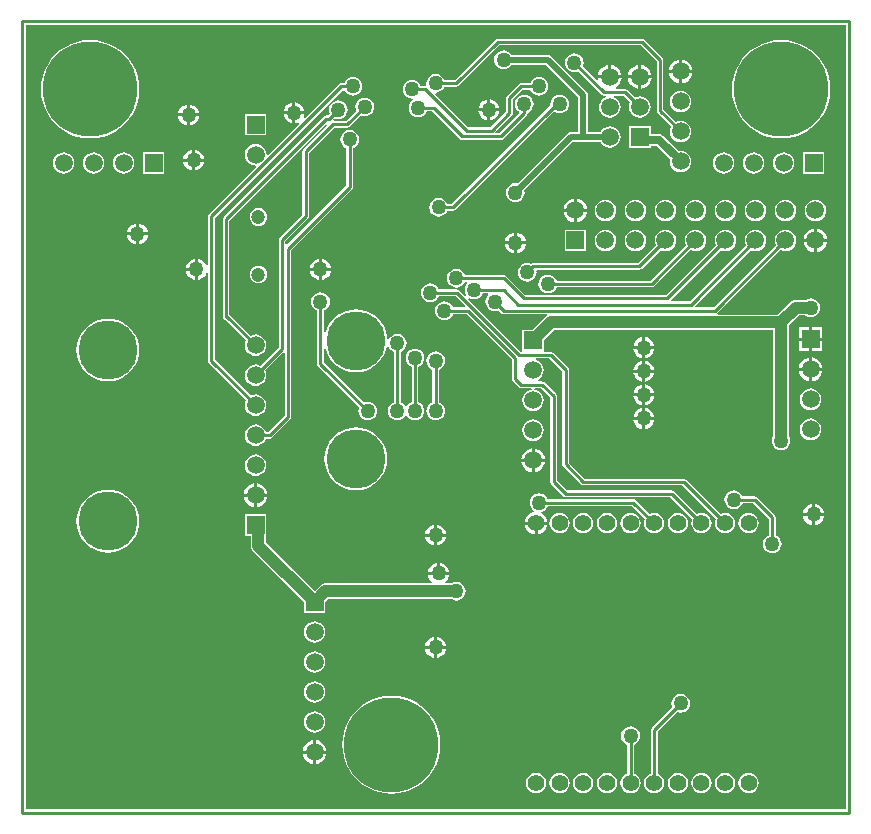
<source format=gbl>
G04*
G04 #@! TF.GenerationSoftware,Altium Limited,Altium Designer,19.1.8 (144)*
G04*
G04 Layer_Physical_Order=2*
G04 Layer_Color=16711680*
%FSLAX25Y25*%
%MOIN*%
G70*
G01*
G75*
%ADD13C,0.01000*%
%ADD14C,0.00394*%
%ADD51C,0.03937*%
%ADD52C,0.01968*%
%ADD53C,0.02756*%
%ADD57C,0.05906*%
%ADD58R,0.05906X0.05906*%
%ADD59R,0.05906X0.05906*%
%ADD60C,0.05512*%
%ADD61C,0.31496*%
%ADD62C,0.04724*%
%ADD63C,0.19685*%
%ADD64C,0.05000*%
G36*
X273485Y1122D02*
X137D01*
X137Y262658D01*
X273485D01*
X273485Y1122D01*
D02*
G37*
%LPC*%
G36*
X219004Y250968D02*
Y247547D01*
X222425D01*
X222355Y248079D01*
X221957Y249041D01*
X221323Y249866D01*
X220497Y250500D01*
X219536Y250898D01*
X219004Y250968D01*
D02*
G37*
G36*
X218004D02*
X217472Y250898D01*
X216511Y250500D01*
X215685Y249866D01*
X215051Y249041D01*
X214653Y248079D01*
X214583Y247547D01*
X218004D01*
Y250968D01*
D02*
G37*
G36*
X205382Y249157D02*
Y245736D01*
X208803D01*
X208733Y246268D01*
X208335Y247230D01*
X207701Y248055D01*
X206875Y248689D01*
X205914Y249087D01*
X205382Y249157D01*
D02*
G37*
G36*
X195382D02*
Y245736D01*
X198803D01*
X198733Y246268D01*
X198335Y247230D01*
X197701Y248055D01*
X196875Y248689D01*
X195914Y249087D01*
X195382Y249157D01*
D02*
G37*
G36*
X204382D02*
X203850Y249087D01*
X202888Y248689D01*
X202063Y248055D01*
X201429Y247230D01*
X201031Y246268D01*
X200961Y245736D01*
X204382D01*
Y249157D01*
D02*
G37*
G36*
X194382D02*
X193850Y249087D01*
X192888Y248689D01*
X192063Y248055D01*
X191429Y247230D01*
X191031Y246268D01*
X190961Y245736D01*
X194382D01*
Y249157D01*
D02*
G37*
G36*
X109252Y245253D02*
X108443Y245146D01*
X107689Y244834D01*
X107041Y244337D01*
X106544Y243689D01*
X106361Y243248D01*
X105315D01*
X105315Y243248D01*
X104886Y243162D01*
X104522Y242919D01*
X104522Y242919D01*
X93208Y231605D01*
X92784Y231888D01*
X92977Y232354D01*
X93031Y232768D01*
X90067D01*
Y229803D01*
X90481Y229858D01*
X90947Y230051D01*
X91230Y229627D01*
X80797Y219194D01*
X80340Y219444D01*
X80233Y220258D01*
X79875Y221122D01*
X79305Y221865D01*
X78563Y222434D01*
X77699Y222792D01*
X76772Y222914D01*
X75844Y222792D01*
X74980Y222434D01*
X74238Y221865D01*
X73668Y221122D01*
X73310Y220258D01*
X73188Y219331D01*
X73310Y218403D01*
X73668Y217539D01*
X74238Y216797D01*
X74980Y216227D01*
X75844Y215869D01*
X76658Y215762D01*
X76909Y215306D01*
X61215Y199612D01*
X60972Y199248D01*
X60886Y198819D01*
X60886Y198819D01*
Y182381D01*
X60386Y182282D01*
X60144Y182868D01*
X59583Y183599D01*
X58852Y184160D01*
X58000Y184512D01*
X57587Y184567D01*
Y181102D01*
Y177638D01*
X58000Y177692D01*
X58852Y178045D01*
X59583Y178606D01*
X60144Y179337D01*
X60386Y179923D01*
X60886Y179823D01*
Y150591D01*
X60886Y150591D01*
X60972Y150161D01*
X61215Y149797D01*
X73588Y137424D01*
X73310Y136754D01*
X73188Y135827D01*
X73310Y134899D01*
X73668Y134035D01*
X74238Y133293D01*
X74980Y132723D01*
X75844Y132366D01*
X76772Y132243D01*
X77699Y132366D01*
X78563Y132723D01*
X79305Y133293D01*
X79875Y134035D01*
X80233Y134899D01*
X80355Y135827D01*
X80233Y136754D01*
X79875Y137619D01*
X79305Y138361D01*
X78563Y138930D01*
X77699Y139288D01*
X76772Y139410D01*
X75844Y139288D01*
X75174Y139011D01*
X63129Y151055D01*
Y198354D01*
X105780Y241004D01*
X106361D01*
X106544Y240563D01*
X107041Y239915D01*
X107689Y239418D01*
X108443Y239106D01*
X109252Y238999D01*
X110061Y239106D01*
X110815Y239418D01*
X111463Y239915D01*
X111960Y240563D01*
X112272Y241317D01*
X112379Y242126D01*
X112272Y242935D01*
X111960Y243689D01*
X111463Y244337D01*
X110815Y244834D01*
X110061Y245146D01*
X109252Y245253D01*
D02*
G37*
G36*
X222425Y246547D02*
X219004D01*
Y243126D01*
X219536Y243196D01*
X220497Y243595D01*
X221323Y244228D01*
X221957Y245054D01*
X222355Y246015D01*
X222425Y246547D01*
D02*
G37*
G36*
X218004D02*
X214583D01*
X214653Y246015D01*
X215051Y245054D01*
X215685Y244228D01*
X216511Y243595D01*
X217472Y243196D01*
X218004Y243126D01*
Y246547D01*
D02*
G37*
G36*
X208803Y244736D02*
X205382D01*
Y241315D01*
X205914Y241385D01*
X206875Y241783D01*
X207701Y242417D01*
X208335Y243243D01*
X208733Y244204D01*
X208803Y244736D01*
D02*
G37*
G36*
X204382D02*
X200961D01*
X201031Y244204D01*
X201429Y243243D01*
X202063Y242417D01*
X202888Y241783D01*
X203850Y241385D01*
X204382Y241315D01*
Y244736D01*
D02*
G37*
G36*
X155028Y237716D02*
Y234752D01*
X157992D01*
X157938Y235166D01*
X157585Y236017D01*
X157024Y236748D01*
X156293Y237309D01*
X155441Y237662D01*
X155028Y237716D01*
D02*
G37*
G36*
X154028D02*
X153614Y237662D01*
X152762Y237309D01*
X152031Y236748D01*
X151470Y236017D01*
X151118Y235166D01*
X151063Y234752D01*
X154028D01*
Y237716D01*
D02*
G37*
G36*
X90067Y236732D02*
Y233768D01*
X93031D01*
X92977Y234181D01*
X92624Y235033D01*
X92063Y235764D01*
X91332Y236325D01*
X90481Y236678D01*
X90067Y236732D01*
D02*
G37*
G36*
X89067D02*
X88653Y236678D01*
X87802Y236325D01*
X87071Y235764D01*
X86510Y235033D01*
X86157Y234181D01*
X86103Y233768D01*
X89067D01*
Y236732D01*
D02*
G37*
G36*
X218504Y240631D02*
X217577Y240509D01*
X216712Y240151D01*
X215970Y239581D01*
X215401Y238839D01*
X215043Y237975D01*
X214920Y237047D01*
X215043Y236120D01*
X215401Y235256D01*
X215970Y234513D01*
X216712Y233944D01*
X217577Y233586D01*
X218504Y233464D01*
X219431Y233586D01*
X220296Y233944D01*
X221038Y234513D01*
X221607Y235256D01*
X221965Y236120D01*
X222087Y237047D01*
X221965Y237975D01*
X221607Y238839D01*
X221038Y239581D01*
X220296Y240151D01*
X219431Y240509D01*
X218504Y240631D01*
D02*
G37*
G36*
X178150Y239347D02*
X177340Y239241D01*
X176586Y238928D01*
X175939Y238431D01*
X175442Y237784D01*
X175129Y237030D01*
X175023Y236221D01*
X175088Y235729D01*
X142252Y202893D01*
X140686D01*
X140503Y203335D01*
X140006Y203982D01*
X139358Y204479D01*
X138604Y204791D01*
X137795Y204898D01*
X136986Y204791D01*
X136232Y204479D01*
X135584Y203982D01*
X135087Y203335D01*
X134775Y202580D01*
X134668Y201771D01*
X134775Y200962D01*
X135087Y200208D01*
X135584Y199560D01*
X136232Y199063D01*
X136986Y198751D01*
X137795Y198644D01*
X138604Y198751D01*
X139358Y199063D01*
X140006Y199560D01*
X140503Y200208D01*
X140686Y200650D01*
X142716D01*
X142716Y200650D01*
X143145Y200735D01*
X143509Y200978D01*
X176279Y233748D01*
X176586Y233513D01*
X177340Y233200D01*
X178150Y233094D01*
X178959Y233200D01*
X179713Y233513D01*
X180361Y234010D01*
X180857Y234657D01*
X181170Y235411D01*
X181276Y236221D01*
X181170Y237030D01*
X180857Y237784D01*
X180361Y238431D01*
X179713Y238928D01*
X178959Y239241D01*
X178150Y239347D01*
D02*
G37*
G36*
X54954Y236018D02*
Y233054D01*
X57918D01*
X57864Y233468D01*
X57511Y234319D01*
X56950Y235050D01*
X56219Y235611D01*
X55367Y235964D01*
X54954Y236018D01*
D02*
G37*
G36*
X53954D02*
X53540Y235964D01*
X52689Y235611D01*
X51957Y235050D01*
X51397Y234319D01*
X51044Y233468D01*
X50989Y233054D01*
X53954D01*
Y236018D01*
D02*
G37*
G36*
X183071Y253127D02*
X182262Y253020D01*
X181508Y252708D01*
X180860Y252211D01*
X180363Y251563D01*
X180051Y250809D01*
X179944Y250000D01*
X180051Y249191D01*
X180363Y248437D01*
X180860Y247789D01*
X181508Y247292D01*
X182262Y246980D01*
X183071Y246873D01*
X183880Y246980D01*
X184322Y247163D01*
X192120Y239364D01*
X192120Y239364D01*
X192484Y239121D01*
X192913Y239036D01*
X192913Y239036D01*
X193465D01*
X193564Y238536D01*
X193090Y238339D01*
X192348Y237770D01*
X191779Y237028D01*
X191421Y236164D01*
X191298Y235236D01*
X191421Y234309D01*
X191779Y233444D01*
X192348Y232702D01*
X193090Y232133D01*
X193954Y231775D01*
X194882Y231653D01*
X195809Y231775D01*
X196674Y232133D01*
X197416Y232702D01*
X197985Y233444D01*
X198343Y234309D01*
X198465Y235236D01*
X198343Y236164D01*
X197985Y237028D01*
X197416Y237770D01*
X196674Y238339D01*
X196200Y238536D01*
X196299Y239036D01*
X199496D01*
X201698Y236834D01*
X201421Y236164D01*
X201298Y235236D01*
X201421Y234309D01*
X201779Y233444D01*
X202348Y232702D01*
X203090Y232133D01*
X203954Y231775D01*
X204882Y231653D01*
X205809Y231775D01*
X206674Y232133D01*
X207416Y232702D01*
X207985Y233444D01*
X208343Y234309D01*
X208465Y235236D01*
X208343Y236164D01*
X207985Y237028D01*
X207416Y237770D01*
X206674Y238339D01*
X205809Y238698D01*
X204882Y238820D01*
X203954Y238698D01*
X203284Y238420D01*
X200754Y240950D01*
X200390Y241194D01*
X199961Y241279D01*
X199961Y241279D01*
X196964D01*
X196864Y241779D01*
X196875Y241783D01*
X197701Y242417D01*
X198335Y243243D01*
X198733Y244204D01*
X198803Y244736D01*
X194882D01*
X190961D01*
X191011Y244353D01*
X190559Y244098D01*
X185908Y248749D01*
X186091Y249191D01*
X186198Y250000D01*
X186091Y250809D01*
X185779Y251563D01*
X185282Y252211D01*
X184634Y252708D01*
X183880Y253020D01*
X183071Y253127D01*
D02*
G37*
G36*
X113189Y238363D02*
X112380Y238256D01*
X111626Y237944D01*
X110978Y237447D01*
X110481Y236800D01*
X110169Y236046D01*
X110062Y235236D01*
X110169Y234427D01*
X110352Y233985D01*
X106928Y230562D01*
X102934D01*
X102727Y231062D01*
X103080Y231415D01*
X103522Y231232D01*
X104331Y231125D01*
X105140Y231232D01*
X105894Y231544D01*
X106542Y232041D01*
X107039Y232689D01*
X107351Y233443D01*
X107457Y234252D01*
X107351Y235061D01*
X107039Y235815D01*
X106542Y236463D01*
X105894Y236960D01*
X105140Y237272D01*
X104331Y237379D01*
X103522Y237272D01*
X102767Y236960D01*
X102120Y236463D01*
X101623Y235815D01*
X101311Y235061D01*
X101204Y234252D01*
X101311Y233443D01*
X101494Y233001D01*
X100913Y232421D01*
X100394D01*
X100394Y232421D01*
X99964Y232335D01*
X99601Y232092D01*
X99601Y232092D01*
X66136Y198628D01*
X65893Y198264D01*
X65808Y197835D01*
X65808Y197835D01*
Y165669D01*
X65808Y165669D01*
X65808Y165669D01*
Y165354D01*
X65893Y164925D01*
X66136Y164561D01*
X66500Y164318D01*
X66742Y164270D01*
X73588Y157424D01*
X73310Y156754D01*
X73188Y155827D01*
X73310Y154899D01*
X73668Y154035D01*
X74238Y153293D01*
X74980Y152724D01*
X75844Y152366D01*
X76772Y152243D01*
X77699Y152366D01*
X78563Y152724D01*
X79305Y153293D01*
X79875Y154035D01*
X80233Y154899D01*
X80355Y155827D01*
X80233Y156754D01*
X79875Y157618D01*
X79305Y158361D01*
X78563Y158930D01*
X77699Y159288D01*
X76772Y159410D01*
X75844Y159288D01*
X75174Y159011D01*
X68051Y166134D01*
Y197370D01*
X100516Y229836D01*
X100564Y229826D01*
X100729Y229284D01*
X92711Y221266D01*
X92468Y220902D01*
X92382Y220473D01*
X92382Y220472D01*
Y199284D01*
X84837Y191738D01*
X84594Y191374D01*
X84508Y190945D01*
X84508Y190945D01*
Y155150D01*
X78369Y149011D01*
X77699Y149288D01*
X76772Y149410D01*
X75844Y149288D01*
X74980Y148930D01*
X74238Y148361D01*
X73668Y147618D01*
X73310Y146754D01*
X73188Y145827D01*
X73310Y144899D01*
X73668Y144035D01*
X74238Y143293D01*
X74980Y142724D01*
X75844Y142366D01*
X76772Y142243D01*
X77699Y142366D01*
X78563Y142724D01*
X79305Y143293D01*
X79875Y144035D01*
X80233Y144899D01*
X80355Y145827D01*
X80233Y146754D01*
X79955Y147424D01*
X85977Y153446D01*
X86477Y153239D01*
Y132354D01*
X81071Y126948D01*
X80153D01*
X79875Y127619D01*
X79305Y128361D01*
X78563Y128930D01*
X77699Y129288D01*
X76772Y129410D01*
X75844Y129288D01*
X74980Y128930D01*
X74238Y128361D01*
X73668Y127619D01*
X73310Y126754D01*
X73188Y125827D01*
X73310Y124899D01*
X73668Y124035D01*
X74238Y123293D01*
X74980Y122723D01*
X75844Y122365D01*
X76772Y122243D01*
X77699Y122365D01*
X78563Y122723D01*
X79305Y123293D01*
X79875Y124035D01*
X80153Y124705D01*
X81535D01*
X81535Y124705D01*
X81965Y124791D01*
X82328Y125034D01*
X88392Y131097D01*
X88392Y131097D01*
X88635Y131461D01*
X88720Y131890D01*
X88720Y131890D01*
Y187528D01*
X108991Y207798D01*
X108991Y207798D01*
X109234Y208162D01*
X109319Y208592D01*
X109319Y208592D01*
Y221519D01*
X109761Y221702D01*
X110409Y222199D01*
X110906Y222846D01*
X111218Y223600D01*
X111325Y224410D01*
X111218Y225219D01*
X110906Y225973D01*
X110409Y226620D01*
X109761Y227117D01*
X109007Y227430D01*
X108198Y227536D01*
X107388Y227430D01*
X106634Y227117D01*
X105987Y226620D01*
X105490Y225973D01*
X105177Y225219D01*
X105071Y224410D01*
X105177Y223600D01*
X105490Y222846D01*
X105987Y222199D01*
X106634Y221702D01*
X107076Y221519D01*
Y209056D01*
X87252Y189231D01*
X86752Y189438D01*
Y190480D01*
X94297Y198026D01*
X94297Y198026D01*
X94540Y198390D01*
X94626Y198819D01*
X94626Y198819D01*
Y220008D01*
X102936Y228319D01*
X107393D01*
X107393Y228319D01*
X107822Y228404D01*
X108186Y228647D01*
X111938Y232399D01*
X112380Y232216D01*
X113189Y232109D01*
X113998Y232216D01*
X114752Y232528D01*
X115400Y233025D01*
X115897Y233673D01*
X116209Y234427D01*
X116316Y235236D01*
X116209Y236046D01*
X115897Y236800D01*
X115400Y237447D01*
X114752Y237944D01*
X113998Y238256D01*
X113189Y238363D01*
D02*
G37*
G36*
X157992Y233752D02*
X155028D01*
Y230788D01*
X155441Y230842D01*
X156293Y231195D01*
X157024Y231756D01*
X157585Y232487D01*
X157938Y233338D01*
X157992Y233752D01*
D02*
G37*
G36*
X154028D02*
X151063D01*
X151118Y233338D01*
X151470Y232487D01*
X152031Y231756D01*
X152762Y231195D01*
X153614Y230842D01*
X154028Y230788D01*
Y233752D01*
D02*
G37*
G36*
X89067Y232768D02*
X86103D01*
X86157Y232354D01*
X86510Y231503D01*
X87071Y230771D01*
X87802Y230210D01*
X88653Y229858D01*
X89067Y229803D01*
Y232768D01*
D02*
G37*
G36*
X57918Y232054D02*
X54954D01*
Y229090D01*
X55367Y229144D01*
X56219Y229497D01*
X56950Y230058D01*
X57511Y230789D01*
X57864Y231641D01*
X57918Y232054D01*
D02*
G37*
G36*
X53954D02*
X50989D01*
X51044Y231641D01*
X51397Y230789D01*
X51957Y230058D01*
X52689Y229497D01*
X53540Y229144D01*
X53954Y229090D01*
Y232054D01*
D02*
G37*
G36*
X80324Y232884D02*
X73219D01*
Y225778D01*
X80324D01*
Y232884D01*
D02*
G37*
G36*
X251969Y257525D02*
X249830Y257385D01*
X247728Y256967D01*
X245699Y256278D01*
X243777Y255330D01*
X241995Y254139D01*
X240384Y252726D01*
X238971Y251115D01*
X237780Y249333D01*
X236832Y247411D01*
X236144Y245382D01*
X235726Y243280D01*
X235585Y241142D01*
X235726Y239003D01*
X236144Y236901D01*
X236832Y234872D01*
X237780Y232950D01*
X238971Y231168D01*
X240384Y229557D01*
X241995Y228144D01*
X243777Y226954D01*
X245699Y226006D01*
X247728Y225317D01*
X249830Y224899D01*
X251969Y224759D01*
X254107Y224899D01*
X256209Y225317D01*
X258238Y226006D01*
X260160Y226954D01*
X261942Y228144D01*
X263553Y229557D01*
X264966Y231168D01*
X266157Y232950D01*
X267105Y234872D01*
X267793Y236901D01*
X268212Y239003D01*
X268352Y241142D01*
X268212Y243280D01*
X267793Y245382D01*
X267105Y247411D01*
X266157Y249333D01*
X264966Y251115D01*
X263553Y252726D01*
X261942Y254139D01*
X260160Y255330D01*
X258238Y256278D01*
X256209Y256967D01*
X254107Y257385D01*
X251969Y257525D01*
D02*
G37*
G36*
X21654D02*
X19515Y257385D01*
X17413Y256967D01*
X15384Y256278D01*
X13462Y255330D01*
X11680Y254139D01*
X10069Y252726D01*
X8656Y251115D01*
X7465Y249333D01*
X6517Y247411D01*
X5829Y245382D01*
X5411Y243280D01*
X5270Y241142D01*
X5411Y239003D01*
X5829Y236901D01*
X6517Y234872D01*
X7465Y232950D01*
X8656Y231168D01*
X10069Y229557D01*
X11680Y228144D01*
X13462Y226954D01*
X15384Y226006D01*
X17413Y225317D01*
X19515Y224899D01*
X21654Y224759D01*
X23792Y224899D01*
X25894Y225317D01*
X27923Y226006D01*
X29845Y226954D01*
X31627Y228144D01*
X33238Y229557D01*
X34651Y231168D01*
X35842Y232950D01*
X36790Y234872D01*
X37478Y236901D01*
X37896Y239003D01*
X38037Y241142D01*
X37896Y243280D01*
X37478Y245382D01*
X36790Y247411D01*
X35842Y249333D01*
X34651Y251115D01*
X33238Y252726D01*
X31627Y254139D01*
X29845Y255330D01*
X27923Y256278D01*
X25894Y256967D01*
X23792Y257385D01*
X21654Y257525D01*
D02*
G37*
G36*
X205709Y258011D02*
X205709Y258011D01*
X157480D01*
X157051Y257926D01*
X156687Y257683D01*
X156687Y257683D01*
X143236Y244232D01*
X139702D01*
X139519Y244674D01*
X139022Y245321D01*
X138374Y245818D01*
X137620Y246130D01*
X136811Y246237D01*
X136002Y246130D01*
X135248Y245818D01*
X134600Y245321D01*
X134103Y244674D01*
X133791Y243919D01*
X133684Y243110D01*
X133737Y242711D01*
X133592Y242504D01*
X133291Y242263D01*
X131828D01*
X131645Y242705D01*
X131148Y243353D01*
X130500Y243850D01*
X129746Y244162D01*
X128937Y244268D01*
X128128Y244162D01*
X127374Y243850D01*
X126726Y243353D01*
X126229Y242705D01*
X125917Y241951D01*
X125810Y241142D01*
X125917Y240333D01*
X126229Y239578D01*
X126726Y238931D01*
X127374Y238434D01*
X128128Y238122D01*
X128937Y238015D01*
X129112Y238038D01*
X129195Y237885D01*
X129263Y237554D01*
X128695Y237118D01*
X128198Y236470D01*
X127885Y235716D01*
X127779Y234907D01*
X127885Y234097D01*
X128198Y233343D01*
X128695Y232696D01*
X129342Y232199D01*
X130096Y231887D01*
X130905Y231780D01*
X131715Y231887D01*
X132469Y232199D01*
X133116Y232696D01*
X133613Y233343D01*
X133796Y233785D01*
X135692D01*
X144876Y224601D01*
X144876Y224601D01*
X145240Y224358D01*
X145669Y224272D01*
X145669Y224272D01*
X158465D01*
X158465Y224272D01*
X158894Y224358D01*
X159258Y224601D01*
X167132Y232475D01*
X167132Y232475D01*
X167375Y232839D01*
X167460Y233268D01*
Y233330D01*
X167902Y233513D01*
X168550Y234010D01*
X169046Y234657D01*
X169359Y235411D01*
X169465Y236221D01*
X169359Y237030D01*
X169046Y237784D01*
X168550Y238431D01*
X167902Y238928D01*
X167148Y239241D01*
X166339Y239347D01*
X165529Y239241D01*
X164775Y238928D01*
X164128Y238431D01*
X163631Y237784D01*
X163318Y237030D01*
X163212Y236221D01*
X163318Y235411D01*
X163631Y234657D01*
X164128Y234010D01*
X164501Y233723D01*
X164573Y233088D01*
X158000Y226515D01*
X156958D01*
X156751Y227015D01*
X162210Y232475D01*
X162210Y232475D01*
X162453Y232839D01*
X162539Y233268D01*
Y237724D01*
X165819Y241004D01*
X168369D01*
X168552Y240563D01*
X169049Y239915D01*
X169696Y239418D01*
X170451Y239106D01*
X171260Y238999D01*
X172069Y239106D01*
X172823Y239418D01*
X173471Y239915D01*
X173968Y240563D01*
X174280Y241317D01*
X174387Y242126D01*
X174280Y242935D01*
X173968Y243689D01*
X173471Y244337D01*
X172823Y244834D01*
X172069Y245146D01*
X171260Y245253D01*
X170451Y245146D01*
X169696Y244834D01*
X169049Y244337D01*
X168552Y243689D01*
X168369Y243248D01*
X165354D01*
X165354Y243248D01*
X164925Y243162D01*
X164561Y242919D01*
X164561Y242919D01*
X160624Y238982D01*
X160381Y238618D01*
X160296Y238189D01*
X160296Y238189D01*
Y233732D01*
X155047Y228484D01*
X147667D01*
X136599Y239553D01*
X136662Y239680D01*
X136867Y239991D01*
X137620Y240090D01*
X138374Y240402D01*
X139022Y240899D01*
X139519Y241547D01*
X139702Y241989D01*
X143701D01*
X143701Y241989D01*
X144130Y242074D01*
X144494Y242317D01*
X157945Y255768D01*
X205244D01*
X210493Y250520D01*
Y233937D01*
X210493Y233937D01*
X210578Y233508D01*
X210821Y233144D01*
X215320Y228645D01*
X215043Y227975D01*
X214920Y227047D01*
X215043Y226120D01*
X215401Y225255D01*
X215970Y224513D01*
X216712Y223944D01*
X217577Y223586D01*
X218504Y223464D01*
X219431Y223586D01*
X220296Y223944D01*
X221038Y224513D01*
X221607Y225255D01*
X221965Y226120D01*
X222087Y227047D01*
X221965Y227975D01*
X221607Y228839D01*
X221038Y229581D01*
X220296Y230151D01*
X219431Y230509D01*
X218504Y230631D01*
X217577Y230509D01*
X216906Y230231D01*
X212736Y234402D01*
Y250984D01*
X212736Y250984D01*
X212650Y251413D01*
X212407Y251777D01*
X212407Y251777D01*
X206502Y257683D01*
X206138Y257926D01*
X205709Y258011D01*
D02*
G37*
G36*
X159449Y254111D02*
X158640Y254005D01*
X157885Y253692D01*
X157238Y253195D01*
X156741Y252548D01*
X156429Y251794D01*
X156322Y250984D01*
X156429Y250175D01*
X156741Y249421D01*
X157238Y248773D01*
X157885Y248276D01*
X158640Y247964D01*
X159449Y247857D01*
X160258Y247964D01*
X161012Y248276D01*
X161660Y248773D01*
X162117Y249369D01*
X173544D01*
X184408Y238504D01*
Y226852D01*
X181929D01*
X181311Y226729D01*
X180787Y226378D01*
X164130Y209722D01*
X163386Y209820D01*
X162577Y209713D01*
X161822Y209401D01*
X161175Y208904D01*
X160678Y208256D01*
X160366Y207502D01*
X160259Y206693D01*
X160366Y205884D01*
X160678Y205130D01*
X161175Y204482D01*
X161822Y203985D01*
X162577Y203673D01*
X163386Y203566D01*
X164195Y203673D01*
X164949Y203985D01*
X165597Y204482D01*
X166094Y205130D01*
X166406Y205884D01*
X166513Y206693D01*
X166415Y207437D01*
X182598Y223621D01*
X191706D01*
X191779Y223445D01*
X192348Y222702D01*
X193090Y222133D01*
X193954Y221775D01*
X194882Y221653D01*
X195809Y221775D01*
X196674Y222133D01*
X197416Y222702D01*
X197985Y223445D01*
X198343Y224309D01*
X198465Y225236D01*
X198343Y226164D01*
X197985Y227028D01*
X197416Y227770D01*
X196674Y228340D01*
X195809Y228697D01*
X194882Y228820D01*
X193954Y228697D01*
X193090Y228340D01*
X192348Y227770D01*
X191779Y227028D01*
X191706Y226852D01*
X187639D01*
Y239173D01*
X187516Y239791D01*
X187166Y240315D01*
X175355Y252126D01*
X174831Y252477D01*
X174213Y252600D01*
X162117D01*
X161660Y253195D01*
X161012Y253692D01*
X160258Y254005D01*
X159449Y254111D01*
D02*
G37*
G36*
X56602Y220984D02*
Y218020D01*
X59567D01*
X59512Y218433D01*
X59160Y219285D01*
X58599Y220016D01*
X57867Y220577D01*
X57016Y220930D01*
X56602Y220984D01*
D02*
G37*
G36*
X55602D02*
X55189Y220930D01*
X54337Y220577D01*
X53606Y220016D01*
X53045Y219285D01*
X52692Y218433D01*
X52638Y218020D01*
X55602D01*
Y220984D01*
D02*
G37*
G36*
X59567Y217020D02*
X56602D01*
Y214055D01*
X57016Y214110D01*
X57867Y214462D01*
X58599Y215023D01*
X59160Y215755D01*
X59512Y216606D01*
X59567Y217020D01*
D02*
G37*
G36*
X55602D02*
X52638D01*
X52692Y216606D01*
X53045Y215755D01*
X53606Y215023D01*
X54337Y214462D01*
X55189Y214110D01*
X55602Y214055D01*
Y217020D01*
D02*
G37*
G36*
X208435Y228789D02*
X201329D01*
Y221684D01*
X205698D01*
X205866Y221661D01*
X206034Y221684D01*
X208435D01*
Y222235D01*
X210464D01*
X215006Y217693D01*
X214920Y217047D01*
X215043Y216120D01*
X215401Y215255D01*
X215970Y214513D01*
X216712Y213944D01*
X217577Y213586D01*
X218504Y213464D01*
X219431Y213586D01*
X220296Y213944D01*
X221038Y214513D01*
X221607Y215255D01*
X221965Y216120D01*
X222087Y217047D01*
X221965Y217975D01*
X221607Y218839D01*
X221038Y219581D01*
X220296Y220151D01*
X219431Y220509D01*
X218504Y220631D01*
X217858Y220546D01*
X212725Y225678D01*
X212071Y226115D01*
X211299Y226269D01*
X208435D01*
Y228789D01*
D02*
G37*
G36*
X266348Y220088D02*
X259243D01*
Y212983D01*
X266348D01*
Y220088D01*
D02*
G37*
G36*
X46387D02*
X39282D01*
Y212983D01*
X46387D01*
Y220088D01*
D02*
G37*
G36*
X252795Y220119D02*
X251868Y219997D01*
X251004Y219639D01*
X250261Y219069D01*
X249692Y218327D01*
X249334Y217463D01*
X249212Y216535D01*
X249334Y215608D01*
X249692Y214744D01*
X250261Y214002D01*
X251004Y213432D01*
X251868Y213074D01*
X252795Y212952D01*
X253723Y213074D01*
X254587Y213432D01*
X255329Y214002D01*
X255899Y214744D01*
X256257Y215608D01*
X256379Y216535D01*
X256257Y217463D01*
X255899Y218327D01*
X255329Y219069D01*
X254587Y219639D01*
X253723Y219997D01*
X252795Y220119D01*
D02*
G37*
G36*
X242795D02*
X241868Y219997D01*
X241004Y219639D01*
X240261Y219069D01*
X239692Y218327D01*
X239334Y217463D01*
X239212Y216535D01*
X239334Y215608D01*
X239692Y214744D01*
X240261Y214002D01*
X241004Y213432D01*
X241868Y213074D01*
X242795Y212952D01*
X243723Y213074D01*
X244587Y213432D01*
X245329Y214002D01*
X245899Y214744D01*
X246257Y215608D01*
X246379Y216535D01*
X246257Y217463D01*
X245899Y218327D01*
X245329Y219069D01*
X244587Y219639D01*
X243723Y219997D01*
X242795Y220119D01*
D02*
G37*
G36*
X232795D02*
X231868Y219997D01*
X231004Y219639D01*
X230261Y219069D01*
X229692Y218327D01*
X229334Y217463D01*
X229212Y216535D01*
X229334Y215608D01*
X229692Y214744D01*
X230261Y214002D01*
X231004Y213432D01*
X231868Y213074D01*
X232795Y212952D01*
X233723Y213074D01*
X234587Y213432D01*
X235329Y214002D01*
X235899Y214744D01*
X236257Y215608D01*
X236379Y216535D01*
X236257Y217463D01*
X235899Y218327D01*
X235329Y219069D01*
X234587Y219639D01*
X233723Y219997D01*
X232795Y220119D01*
D02*
G37*
G36*
X32835D02*
X31907Y219997D01*
X31043Y219639D01*
X30301Y219069D01*
X29731Y218327D01*
X29373Y217463D01*
X29251Y216535D01*
X29373Y215608D01*
X29731Y214744D01*
X30301Y214002D01*
X31043Y213432D01*
X31907Y213074D01*
X32835Y212952D01*
X33762Y213074D01*
X34626Y213432D01*
X35368Y214002D01*
X35938Y214744D01*
X36296Y215608D01*
X36418Y216535D01*
X36296Y217463D01*
X35938Y218327D01*
X35368Y219069D01*
X34626Y219639D01*
X33762Y219997D01*
X32835Y220119D01*
D02*
G37*
G36*
X22835D02*
X21907Y219997D01*
X21043Y219639D01*
X20301Y219069D01*
X19731Y218327D01*
X19373Y217463D01*
X19251Y216535D01*
X19373Y215608D01*
X19731Y214744D01*
X20301Y214002D01*
X21043Y213432D01*
X21907Y213074D01*
X22835Y212952D01*
X23762Y213074D01*
X24626Y213432D01*
X25368Y214002D01*
X25938Y214744D01*
X26296Y215608D01*
X26418Y216535D01*
X26296Y217463D01*
X25938Y218327D01*
X25368Y219069D01*
X24626Y219639D01*
X23762Y219997D01*
X22835Y220119D01*
D02*
G37*
G36*
X12835D02*
X11907Y219997D01*
X11043Y219639D01*
X10301Y219069D01*
X9731Y218327D01*
X9373Y217463D01*
X9251Y216535D01*
X9373Y215608D01*
X9731Y214744D01*
X10301Y214002D01*
X11043Y213432D01*
X11907Y213074D01*
X12835Y212952D01*
X13762Y213074D01*
X14626Y213432D01*
X15369Y214002D01*
X15938Y214744D01*
X16296Y215608D01*
X16418Y216535D01*
X16296Y217463D01*
X15938Y218327D01*
X15369Y219069D01*
X14626Y219639D01*
X13762Y219997D01*
X12835Y220119D01*
D02*
G37*
G36*
X183925Y204708D02*
Y201287D01*
X187346D01*
X187276Y201819D01*
X186878Y202781D01*
X186244Y203607D01*
X185419Y204240D01*
X184457Y204638D01*
X183925Y204708D01*
D02*
G37*
G36*
X182925D02*
X182393Y204638D01*
X181432Y204240D01*
X180606Y203607D01*
X179973Y202781D01*
X179574Y201819D01*
X179504Y201287D01*
X182925D01*
Y204708D01*
D02*
G37*
G36*
X263425Y204371D02*
X262498Y204249D01*
X261633Y203891D01*
X260891Y203321D01*
X260322Y202579D01*
X259964Y201715D01*
X259842Y200787D01*
X259964Y199860D01*
X260322Y198996D01*
X260891Y198254D01*
X261633Y197684D01*
X262498Y197326D01*
X263425Y197204D01*
X264353Y197326D01*
X265217Y197684D01*
X265959Y198254D01*
X266529Y198996D01*
X266886Y199860D01*
X267009Y200787D01*
X266886Y201715D01*
X266529Y202579D01*
X265959Y203321D01*
X265217Y203891D01*
X264353Y204249D01*
X263425Y204371D01*
D02*
G37*
G36*
X253425D02*
X252498Y204249D01*
X251634Y203891D01*
X250891Y203321D01*
X250322Y202579D01*
X249964Y201715D01*
X249842Y200787D01*
X249964Y199860D01*
X250322Y198996D01*
X250891Y198254D01*
X251634Y197684D01*
X252498Y197326D01*
X253425Y197204D01*
X254353Y197326D01*
X255217Y197684D01*
X255959Y198254D01*
X256529Y198996D01*
X256887Y199860D01*
X257009Y200787D01*
X256887Y201715D01*
X256529Y202579D01*
X255959Y203321D01*
X255217Y203891D01*
X254353Y204249D01*
X253425Y204371D01*
D02*
G37*
G36*
X243425D02*
X242498Y204249D01*
X241634Y203891D01*
X240891Y203321D01*
X240322Y202579D01*
X239964Y201715D01*
X239842Y200787D01*
X239964Y199860D01*
X240322Y198996D01*
X240891Y198254D01*
X241634Y197684D01*
X242498Y197326D01*
X243425Y197204D01*
X244353Y197326D01*
X245217Y197684D01*
X245959Y198254D01*
X246529Y198996D01*
X246886Y199860D01*
X247009Y200787D01*
X246886Y201715D01*
X246529Y202579D01*
X245959Y203321D01*
X245217Y203891D01*
X244353Y204249D01*
X243425Y204371D01*
D02*
G37*
G36*
X233425D02*
X232498Y204249D01*
X231633Y203891D01*
X230891Y203321D01*
X230322Y202579D01*
X229964Y201715D01*
X229842Y200787D01*
X229964Y199860D01*
X230322Y198996D01*
X230891Y198254D01*
X231633Y197684D01*
X232498Y197326D01*
X233425Y197204D01*
X234353Y197326D01*
X235217Y197684D01*
X235959Y198254D01*
X236529Y198996D01*
X236887Y199860D01*
X237009Y200787D01*
X236887Y201715D01*
X236529Y202579D01*
X235959Y203321D01*
X235217Y203891D01*
X234353Y204249D01*
X233425Y204371D01*
D02*
G37*
G36*
X223425D02*
X222498Y204249D01*
X221634Y203891D01*
X220891Y203321D01*
X220322Y202579D01*
X219964Y201715D01*
X219842Y200787D01*
X219964Y199860D01*
X220322Y198996D01*
X220891Y198254D01*
X221634Y197684D01*
X222498Y197326D01*
X223425Y197204D01*
X224353Y197326D01*
X225217Y197684D01*
X225959Y198254D01*
X226529Y198996D01*
X226887Y199860D01*
X227009Y200787D01*
X226887Y201715D01*
X226529Y202579D01*
X225959Y203321D01*
X225217Y203891D01*
X224353Y204249D01*
X223425Y204371D01*
D02*
G37*
G36*
X213425D02*
X212498Y204249D01*
X211633Y203891D01*
X210891Y203321D01*
X210322Y202579D01*
X209964Y201715D01*
X209842Y200787D01*
X209964Y199860D01*
X210322Y198996D01*
X210891Y198254D01*
X211633Y197684D01*
X212498Y197326D01*
X213425Y197204D01*
X214353Y197326D01*
X215217Y197684D01*
X215959Y198254D01*
X216529Y198996D01*
X216886Y199860D01*
X217009Y200787D01*
X216886Y201715D01*
X216529Y202579D01*
X215959Y203321D01*
X215217Y203891D01*
X214353Y204249D01*
X213425Y204371D01*
D02*
G37*
G36*
X203425D02*
X202498Y204249D01*
X201634Y203891D01*
X200891Y203321D01*
X200322Y202579D01*
X199964Y201715D01*
X199842Y200787D01*
X199964Y199860D01*
X200322Y198996D01*
X200891Y198254D01*
X201634Y197684D01*
X202498Y197326D01*
X203425Y197204D01*
X204353Y197326D01*
X205217Y197684D01*
X205959Y198254D01*
X206529Y198996D01*
X206887Y199860D01*
X207009Y200787D01*
X206887Y201715D01*
X206529Y202579D01*
X205959Y203321D01*
X205217Y203891D01*
X204353Y204249D01*
X203425Y204371D01*
D02*
G37*
G36*
X193425D02*
X192498Y204249D01*
X191633Y203891D01*
X190891Y203321D01*
X190322Y202579D01*
X189964Y201715D01*
X189842Y200787D01*
X189964Y199860D01*
X190322Y198996D01*
X190891Y198254D01*
X191633Y197684D01*
X192498Y197326D01*
X193425Y197204D01*
X194353Y197326D01*
X195217Y197684D01*
X195959Y198254D01*
X196529Y198996D01*
X196887Y199860D01*
X197009Y200787D01*
X196887Y201715D01*
X196529Y202579D01*
X195959Y203321D01*
X195217Y203891D01*
X194353Y204249D01*
X193425Y204371D01*
D02*
G37*
G36*
X187346Y200287D02*
X183925D01*
Y196866D01*
X184457Y196936D01*
X185419Y197335D01*
X186244Y197968D01*
X186878Y198794D01*
X187276Y199756D01*
X187346Y200287D01*
D02*
G37*
G36*
X182925D02*
X179504D01*
X179574Y199756D01*
X179973Y198794D01*
X180606Y197968D01*
X181432Y197335D01*
X182393Y196936D01*
X182925Y196866D01*
Y200287D01*
D02*
G37*
G36*
X77756Y201571D02*
X76983Y201469D01*
X76262Y201170D01*
X75643Y200695D01*
X75168Y200077D01*
X74870Y199356D01*
X74768Y198583D01*
X74870Y197809D01*
X75168Y197089D01*
X75643Y196470D01*
X76262Y195995D01*
X76983Y195697D01*
X77756Y195595D01*
X78529Y195697D01*
X79250Y195995D01*
X79869Y196470D01*
X80343Y197089D01*
X80642Y197809D01*
X80744Y198583D01*
X80642Y199356D01*
X80343Y200077D01*
X79869Y200695D01*
X79250Y201170D01*
X78529Y201469D01*
X77756Y201571D01*
D02*
G37*
G36*
X37902Y196378D02*
Y193413D01*
X40866D01*
X40811Y193827D01*
X40459Y194678D01*
X39898Y195410D01*
X39167Y195971D01*
X38315Y196323D01*
X37902Y196378D01*
D02*
G37*
G36*
X36902D02*
X36488Y196323D01*
X35636Y195971D01*
X34905Y195410D01*
X34344Y194678D01*
X33992Y193827D01*
X33937Y193413D01*
X36902D01*
Y196378D01*
D02*
G37*
G36*
X263925Y194708D02*
Y191287D01*
X267346D01*
X267276Y191819D01*
X266878Y192781D01*
X266244Y193606D01*
X265419Y194240D01*
X264457Y194638D01*
X263925Y194708D01*
D02*
G37*
G36*
X262925D02*
X262393Y194638D01*
X261432Y194240D01*
X260606Y193606D01*
X259973Y192781D01*
X259574Y191819D01*
X259504Y191287D01*
X262925D01*
Y194708D01*
D02*
G37*
G36*
X163886Y193425D02*
Y190461D01*
X166850D01*
X166796Y190874D01*
X166443Y191726D01*
X165882Y192457D01*
X165151Y193018D01*
X164299Y193370D01*
X163886Y193425D01*
D02*
G37*
G36*
X162886D02*
X162472Y193370D01*
X161621Y193018D01*
X160890Y192457D01*
X160329Y191726D01*
X159976Y190874D01*
X159922Y190461D01*
X162886D01*
Y193425D01*
D02*
G37*
G36*
X40866Y192413D02*
X37902D01*
Y189449D01*
X38315Y189504D01*
X39167Y189856D01*
X39898Y190417D01*
X40459Y191148D01*
X40811Y192000D01*
X40866Y192413D01*
D02*
G37*
G36*
X36902D02*
X33937D01*
X33992Y192000D01*
X34344Y191148D01*
X34905Y190417D01*
X35636Y189856D01*
X36488Y189504D01*
X36902Y189449D01*
Y192413D01*
D02*
G37*
G36*
X186978Y194340D02*
X179873D01*
Y187235D01*
X186978D01*
Y194340D01*
D02*
G37*
G36*
X253425Y194371D02*
X252498Y194249D01*
X251634Y193891D01*
X250891Y193321D01*
X250322Y192579D01*
X249964Y191715D01*
X249842Y190787D01*
X249964Y189860D01*
X250241Y189190D01*
X229496Y168444D01*
X223376D01*
X223168Y168944D01*
X241828Y187604D01*
X242498Y187326D01*
X243425Y187204D01*
X244353Y187326D01*
X245217Y187684D01*
X245959Y188253D01*
X246529Y188996D01*
X246886Y189860D01*
X247009Y190787D01*
X246886Y191715D01*
X246529Y192579D01*
X245959Y193321D01*
X245217Y193891D01*
X244353Y194249D01*
X243425Y194371D01*
X242498Y194249D01*
X241634Y193891D01*
X240891Y193321D01*
X240322Y192579D01*
X239964Y191715D01*
X239842Y190787D01*
X239964Y189860D01*
X240242Y189190D01*
X221465Y170413D01*
X215344D01*
X215137Y170913D01*
X231828Y187604D01*
X232498Y187326D01*
X233425Y187204D01*
X234353Y187326D01*
X235217Y187684D01*
X235959Y188253D01*
X236529Y188996D01*
X236887Y189860D01*
X237009Y190787D01*
X236887Y191715D01*
X236529Y192579D01*
X235959Y193321D01*
X235217Y193891D01*
X234353Y194249D01*
X233425Y194371D01*
X232498Y194249D01*
X231633Y193891D01*
X230891Y193321D01*
X230322Y192579D01*
X229964Y191715D01*
X229842Y190787D01*
X229964Y189860D01*
X230241Y189190D01*
X213583Y172531D01*
X166654D01*
X160242Y178943D01*
X159878Y179186D01*
X159449Y179271D01*
X159449Y179271D01*
X146592D01*
X146409Y179713D01*
X145912Y180361D01*
X145264Y180857D01*
X144510Y181170D01*
X143701Y181276D01*
X142892Y181170D01*
X142137Y180857D01*
X141490Y180361D01*
X140993Y179713D01*
X140681Y178959D01*
X140574Y178150D01*
X140681Y177340D01*
X140993Y176586D01*
X141490Y175939D01*
X142137Y175442D01*
X142892Y175129D01*
X143701Y175023D01*
X144510Y175129D01*
X145264Y175442D01*
X145912Y175939D01*
X146409Y176586D01*
X146592Y177028D01*
X147362D01*
X147531Y176528D01*
X147395Y176424D01*
X146898Y175776D01*
X146586Y175022D01*
X146479Y174213D01*
X146586Y173403D01*
X146898Y172649D01*
X147001Y172516D01*
X146624Y172185D01*
X144726Y174083D01*
X144362Y174326D01*
X143933Y174412D01*
X143933Y174412D01*
X137871D01*
X137688Y174854D01*
X137191Y175501D01*
X136543Y175998D01*
X135789Y176311D01*
X134980Y176417D01*
X134171Y176311D01*
X133416Y175998D01*
X132769Y175501D01*
X132272Y174854D01*
X131960Y174100D01*
X131853Y173290D01*
X131960Y172481D01*
X132272Y171727D01*
X132769Y171079D01*
X133416Y170582D01*
X134171Y170270D01*
X134980Y170164D01*
X135789Y170270D01*
X136543Y170582D01*
X137191Y171079D01*
X137688Y171727D01*
X137871Y172169D01*
X143469D01*
X146731Y168906D01*
X146540Y168444D01*
X142655D01*
X142472Y168886D01*
X141975Y169534D01*
X141327Y170031D01*
X140573Y170343D01*
X139764Y170450D01*
X138954Y170343D01*
X138200Y170031D01*
X137553Y169534D01*
X137056Y168886D01*
X136744Y168132D01*
X136637Y167323D01*
X136744Y166514D01*
X137056Y165760D01*
X137553Y165112D01*
X138200Y164615D01*
X138954Y164303D01*
X139764Y164196D01*
X140573Y164303D01*
X141327Y164615D01*
X141975Y165112D01*
X142472Y165760D01*
X142655Y166201D01*
X147173D01*
X162306Y151068D01*
Y144643D01*
X162306Y144643D01*
X162391Y144214D01*
X162635Y143850D01*
X164623Y141862D01*
X164623Y141862D01*
X164987Y141619D01*
X165416Y141533D01*
X168636D01*
X169041Y141303D01*
Y141303D01*
D01*
X169059Y141033D01*
X169037Y141030D01*
X168364Y140942D01*
X167500Y140584D01*
X166758Y140014D01*
X166188Y139272D01*
X165830Y138408D01*
X165708Y137480D01*
X165830Y136553D01*
X166188Y135689D01*
X166758Y134947D01*
X167500Y134377D01*
X168364Y134019D01*
X169291Y133897D01*
X170219Y134019D01*
X171083Y134377D01*
X171825Y134947D01*
X172395Y135689D01*
X172753Y136553D01*
X172875Y137480D01*
X172753Y138408D01*
X172395Y139272D01*
X171825Y140014D01*
X171083Y140584D01*
X170219Y140942D01*
X169545Y141030D01*
X169524Y141033D01*
X169542Y141303D01*
X169947Y141533D01*
X171841D01*
X175059Y138315D01*
Y110236D01*
X175059Y110236D01*
X175145Y109807D01*
X175388Y109443D01*
X179325Y105506D01*
X179325Y105506D01*
X179689Y105263D01*
X180118Y105178D01*
X215087D01*
X222361Y97904D01*
X222124Y97333D01*
X222009Y96457D01*
X222124Y95581D01*
X222462Y94764D01*
X223000Y94063D01*
X223701Y93525D01*
X224518Y93187D01*
X225394Y93072D01*
X226270Y93187D01*
X227086Y93525D01*
X227787Y94063D01*
X228325Y94764D01*
X228663Y95581D01*
X228779Y96457D01*
X228663Y97333D01*
X228325Y98149D01*
X227787Y98850D01*
X227086Y99388D01*
X226270Y99726D01*
X225394Y99842D01*
X224518Y99726D01*
X223947Y99490D01*
X216344Y107092D01*
X215980Y107335D01*
X215551Y107421D01*
X215551Y107421D01*
X180583D01*
X177303Y110701D01*
Y138779D01*
X177303Y138779D01*
X177217Y139209D01*
X176974Y139573D01*
X176974Y139573D01*
X173099Y143448D01*
X172735Y143691D01*
X172306Y143776D01*
X172306Y143776D01*
X170939D01*
X170840Y144276D01*
X171083Y144377D01*
X171825Y144947D01*
X172395Y145689D01*
X172753Y146553D01*
X172875Y147480D01*
X172753Y148408D01*
X172395Y149272D01*
X171825Y150014D01*
X171083Y150584D01*
X170219Y150942D01*
X170283Y151437D01*
X174732D01*
X178997Y147173D01*
Y116142D01*
X178997Y116142D01*
X179082Y115712D01*
X179325Y115349D01*
X185231Y109443D01*
X185231Y109443D01*
X185594Y109200D01*
X186024Y109115D01*
X219024D01*
X230235Y97904D01*
X229998Y97333D01*
X229883Y96457D01*
X229998Y95581D01*
X230336Y94764D01*
X230874Y94063D01*
X231575Y93525D01*
X232392Y93187D01*
X233268Y93072D01*
X234144Y93187D01*
X234960Y93525D01*
X235661Y94063D01*
X236199Y94764D01*
X236537Y95581D01*
X236653Y96457D01*
X236537Y97333D01*
X236199Y98149D01*
X235661Y98850D01*
X234960Y99388D01*
X234144Y99726D01*
X233268Y99842D01*
X232392Y99726D01*
X231821Y99490D01*
X220281Y111029D01*
X219917Y111272D01*
X219488Y111358D01*
X219488Y111358D01*
X186488D01*
X181240Y116606D01*
Y147638D01*
X181154Y148067D01*
X180911Y148431D01*
X180911Y148431D01*
X175990Y153352D01*
X175626Y153595D01*
X175197Y153681D01*
X175197Y153681D01*
X173242D01*
X172844Y153928D01*
X172844Y154181D01*
Y157369D01*
X176270Y160795D01*
X249378D01*
Y125732D01*
X249261Y125579D01*
X248948Y124825D01*
X248842Y124016D01*
X248948Y123206D01*
X249261Y122452D01*
X249758Y121805D01*
X250405Y121308D01*
X251159Y120995D01*
X251969Y120889D01*
X252778Y120995D01*
X253532Y121308D01*
X254179Y121805D01*
X254676Y122452D01*
X254989Y123206D01*
X255095Y124016D01*
X254989Y124825D01*
X254676Y125579D01*
X254559Y125732D01*
Y162313D01*
X257963Y165716D01*
X260095D01*
X260248Y165599D01*
X261002Y165287D01*
X261811Y165180D01*
X262620Y165287D01*
X263374Y165599D01*
X264022Y166096D01*
X264519Y166744D01*
X264831Y167498D01*
X264938Y168307D01*
X264831Y169116D01*
X264519Y169870D01*
X264022Y170518D01*
X263374Y171015D01*
X262620Y171327D01*
X261811Y171434D01*
X261002Y171327D01*
X260248Y171015D01*
X260095Y170898D01*
X256890D01*
X256219Y170809D01*
X255594Y170551D01*
X255058Y170139D01*
X250895Y165977D01*
X230826D01*
X230674Y166477D01*
X230754Y166530D01*
X251828Y187604D01*
X252498Y187326D01*
X253425Y187204D01*
X254353Y187326D01*
X255217Y187684D01*
X255959Y188253D01*
X256529Y188996D01*
X256887Y189860D01*
X257009Y190787D01*
X256887Y191715D01*
X256529Y192579D01*
X255959Y193321D01*
X255217Y193891D01*
X254353Y194249D01*
X253425Y194371D01*
D02*
G37*
G36*
X223425D02*
X222498Y194249D01*
X221634Y193891D01*
X220891Y193321D01*
X220322Y192579D01*
X219964Y191715D01*
X219842Y190787D01*
X219964Y189860D01*
X220241Y189190D01*
X208354Y177303D01*
X177103D01*
X176920Y177744D01*
X176424Y178392D01*
X175776Y178889D01*
X175022Y179201D01*
X174213Y179308D01*
X173403Y179201D01*
X172649Y178889D01*
X172002Y178392D01*
X171505Y177744D01*
X171192Y176990D01*
X171086Y176181D01*
X171192Y175372D01*
X171505Y174618D01*
X172002Y173970D01*
X172649Y173473D01*
X173403Y173161D01*
X174213Y173054D01*
X175022Y173161D01*
X175776Y173473D01*
X176424Y173970D01*
X176920Y174618D01*
X177103Y175059D01*
X208819D01*
X208819Y175059D01*
X209248Y175145D01*
X209612Y175388D01*
X221828Y187604D01*
X222498Y187326D01*
X223425Y187204D01*
X224353Y187326D01*
X225217Y187684D01*
X225959Y188253D01*
X226529Y188996D01*
X226887Y189860D01*
X227009Y190787D01*
X226887Y191715D01*
X226529Y192579D01*
X225959Y193321D01*
X225217Y193891D01*
X224353Y194249D01*
X223425Y194371D01*
D02*
G37*
G36*
X213425D02*
X212498Y194249D01*
X211633Y193891D01*
X210891Y193321D01*
X210322Y192579D01*
X209964Y191715D01*
X209842Y190787D01*
X209964Y189860D01*
X210242Y189190D01*
X204260Y183208D01*
X169291D01*
X169291Y183208D01*
X168862Y183123D01*
X168597Y182946D01*
X168132Y183138D01*
X167323Y183245D01*
X166514Y183138D01*
X165760Y182826D01*
X165112Y182329D01*
X164615Y181682D01*
X164303Y180927D01*
X164196Y180118D01*
X164303Y179309D01*
X164615Y178555D01*
X165112Y177907D01*
X165760Y177410D01*
X166514Y177098D01*
X167323Y176991D01*
X168132Y177098D01*
X168886Y177410D01*
X169534Y177907D01*
X170031Y178555D01*
X170343Y179309D01*
X170450Y180118D01*
X170404Y180465D01*
X170842Y180965D01*
X204724D01*
X204725Y180965D01*
X205154Y181050D01*
X205518Y181294D01*
X211828Y187604D01*
X212498Y187326D01*
X213425Y187204D01*
X214353Y187326D01*
X215217Y187684D01*
X215959Y188253D01*
X216529Y188996D01*
X216886Y189860D01*
X217009Y190787D01*
X216886Y191715D01*
X216529Y192579D01*
X215959Y193321D01*
X215217Y193891D01*
X214353Y194249D01*
X213425Y194371D01*
D02*
G37*
G36*
X203425D02*
X202498Y194249D01*
X201634Y193891D01*
X200891Y193321D01*
X200322Y192579D01*
X199964Y191715D01*
X199842Y190787D01*
X199964Y189860D01*
X200322Y188996D01*
X200891Y188253D01*
X201634Y187684D01*
X202498Y187326D01*
X203425Y187204D01*
X204353Y187326D01*
X205217Y187684D01*
X205959Y188253D01*
X206529Y188996D01*
X206887Y189860D01*
X207009Y190787D01*
X206887Y191715D01*
X206529Y192579D01*
X205959Y193321D01*
X205217Y193891D01*
X204353Y194249D01*
X203425Y194371D01*
D02*
G37*
G36*
X193425D02*
X192498Y194249D01*
X191633Y193891D01*
X190891Y193321D01*
X190322Y192579D01*
X189964Y191715D01*
X189842Y190787D01*
X189964Y189860D01*
X190322Y188996D01*
X190891Y188253D01*
X191633Y187684D01*
X192498Y187326D01*
X193425Y187204D01*
X194353Y187326D01*
X195217Y187684D01*
X195959Y188253D01*
X196529Y188996D01*
X196887Y189860D01*
X197009Y190787D01*
X196887Y191715D01*
X196529Y192579D01*
X195959Y193321D01*
X195217Y193891D01*
X194353Y194249D01*
X193425Y194371D01*
D02*
G37*
G36*
X267346Y190287D02*
X263925D01*
Y186866D01*
X264457Y186936D01*
X265419Y187335D01*
X266244Y187968D01*
X266878Y188794D01*
X267276Y189755D01*
X267346Y190287D01*
D02*
G37*
G36*
X262925D02*
X259504D01*
X259574Y189755D01*
X259973Y188794D01*
X260606Y187968D01*
X261432Y187335D01*
X262393Y186936D01*
X262925Y186866D01*
Y190287D01*
D02*
G37*
G36*
X166850Y189461D02*
X163886D01*
Y186496D01*
X164299Y186551D01*
X165151Y186903D01*
X165882Y187464D01*
X166443Y188196D01*
X166796Y189047D01*
X166850Y189461D01*
D02*
G37*
G36*
X162886D02*
X159922D01*
X159976Y189047D01*
X160329Y188196D01*
X160890Y187464D01*
X161621Y186903D01*
X162472Y186551D01*
X162886Y186496D01*
Y189461D01*
D02*
G37*
G36*
X98925Y184567D02*
Y181602D01*
X101890D01*
X101835Y182016D01*
X101482Y182868D01*
X100921Y183599D01*
X100190Y184160D01*
X99339Y184512D01*
X98925Y184567D01*
D02*
G37*
G36*
X97925D02*
X97512Y184512D01*
X96660Y184160D01*
X95929Y183599D01*
X95368Y182868D01*
X95015Y182016D01*
X94961Y181602D01*
X97925D01*
Y184567D01*
D02*
G37*
G36*
X56587D02*
X56173Y184512D01*
X55322Y184160D01*
X54590Y183599D01*
X54029Y182868D01*
X53677Y182016D01*
X53622Y181602D01*
X56587D01*
Y184567D01*
D02*
G37*
G36*
X101890Y180602D02*
X98925D01*
Y177638D01*
X99339Y177692D01*
X100190Y178045D01*
X100921Y178606D01*
X101482Y179337D01*
X101835Y180189D01*
X101890Y180602D01*
D02*
G37*
G36*
X97925D02*
X94961D01*
X95015Y180189D01*
X95368Y179337D01*
X95929Y178606D01*
X96660Y178045D01*
X97512Y177692D01*
X97925Y177638D01*
Y180602D01*
D02*
G37*
G36*
X56587D02*
X53622D01*
X53677Y180189D01*
X54029Y179337D01*
X54590Y178606D01*
X55322Y178045D01*
X56173Y177692D01*
X56587Y177638D01*
Y180602D01*
D02*
G37*
G36*
X77756Y182358D02*
X76983Y182256D01*
X76262Y181958D01*
X75643Y181483D01*
X75168Y180864D01*
X74870Y180143D01*
X74768Y179370D01*
X74870Y178597D01*
X75168Y177876D01*
X75643Y177257D01*
X76262Y176783D01*
X76983Y176484D01*
X77756Y176382D01*
X78529Y176484D01*
X79250Y176783D01*
X79869Y177257D01*
X80343Y177876D01*
X80642Y178597D01*
X80744Y179370D01*
X80642Y180143D01*
X80343Y180864D01*
X79869Y181483D01*
X79250Y181958D01*
X78529Y182256D01*
X77756Y182358D01*
D02*
G37*
G36*
X265764Y161748D02*
X262311D01*
Y158295D01*
X265764D01*
Y161748D01*
D02*
G37*
G36*
X261311D02*
X257858D01*
Y158295D01*
X261311D01*
Y161748D01*
D02*
G37*
G36*
X206693Y158492D02*
Y155527D01*
X209657D01*
X209603Y155941D01*
X209250Y156793D01*
X208689Y157524D01*
X207958Y158085D01*
X207107Y158438D01*
X206693Y158492D01*
D02*
G37*
G36*
X205693D02*
X205279Y158438D01*
X204428Y158085D01*
X203697Y157524D01*
X203136Y156793D01*
X202783Y155941D01*
X202729Y155527D01*
X205693D01*
Y158492D01*
D02*
G37*
G36*
X265764Y157295D02*
X262311D01*
Y153842D01*
X265764D01*
Y157295D01*
D02*
G37*
G36*
X261311D02*
X257858D01*
Y153842D01*
X261311D01*
Y157295D01*
D02*
G37*
G36*
X209657Y154527D02*
X206693D01*
Y151563D01*
X207107Y151618D01*
X207958Y151970D01*
X208689Y152531D01*
X209250Y153262D01*
X209603Y154114D01*
X209657Y154527D01*
D02*
G37*
G36*
X205693D02*
X202729D01*
X202783Y154114D01*
X203136Y153262D01*
X203697Y152531D01*
X204428Y151970D01*
X205279Y151618D01*
X205693Y151563D01*
Y154527D01*
D02*
G37*
G36*
X262311Y151716D02*
Y148295D01*
X265732D01*
X265662Y148827D01*
X265264Y149789D01*
X264630Y150614D01*
X263804Y151248D01*
X262843Y151646D01*
X262311Y151716D01*
D02*
G37*
G36*
X261311D02*
X260779Y151646D01*
X259818Y151248D01*
X258992Y150614D01*
X258358Y149789D01*
X257960Y148827D01*
X257890Y148295D01*
X261311D01*
Y151716D01*
D02*
G37*
G36*
X206693Y150618D02*
Y147653D01*
X209657D01*
X209603Y148067D01*
X209250Y148919D01*
X208689Y149650D01*
X207958Y150211D01*
X207107Y150563D01*
X206693Y150618D01*
D02*
G37*
G36*
X205693D02*
X205279Y150563D01*
X204428Y150211D01*
X203697Y149650D01*
X203136Y148919D01*
X202783Y148067D01*
X202729Y147653D01*
X205693D01*
Y150618D01*
D02*
G37*
G36*
X265732Y147295D02*
X262311D01*
Y143874D01*
X262843Y143944D01*
X263804Y144343D01*
X264630Y144976D01*
X265264Y145802D01*
X265662Y146763D01*
X265732Y147295D01*
D02*
G37*
G36*
X261311D02*
X257890D01*
X257960Y146763D01*
X258358Y145802D01*
X258992Y144976D01*
X259818Y144343D01*
X260779Y143944D01*
X261311Y143874D01*
Y147295D01*
D02*
G37*
G36*
X27559Y164687D02*
X25920Y164558D01*
X24322Y164175D01*
X22804Y163546D01*
X21402Y162687D01*
X20152Y161619D01*
X19085Y160370D01*
X18226Y158968D01*
X17597Y157449D01*
X17213Y155851D01*
X17084Y154213D01*
X17213Y152574D01*
X17597Y150976D01*
X18226Y149457D01*
X19085Y148056D01*
X20152Y146806D01*
X21402Y145738D01*
X22804Y144879D01*
X24322Y144251D01*
X25920Y143867D01*
X27559Y143738D01*
X29198Y143867D01*
X30796Y144251D01*
X32315Y144879D01*
X33716Y145738D01*
X34966Y146806D01*
X36033Y148056D01*
X36892Y149457D01*
X37521Y150976D01*
X37905Y152574D01*
X38034Y154213D01*
X37905Y155851D01*
X37521Y157449D01*
X36892Y158968D01*
X36033Y160370D01*
X34966Y161619D01*
X33716Y162687D01*
X32315Y163546D01*
X30796Y164175D01*
X29198Y164558D01*
X27559Y164687D01*
D02*
G37*
G36*
X209657Y146653D02*
X206693D01*
Y143689D01*
X207107Y143744D01*
X207958Y144096D01*
X208689Y144657D01*
X209250Y145388D01*
X209603Y146240D01*
X209657Y146653D01*
D02*
G37*
G36*
X205693D02*
X202729D01*
X202783Y146240D01*
X203136Y145388D01*
X203697Y144657D01*
X204428Y144096D01*
X205279Y143744D01*
X205693Y143689D01*
Y146653D01*
D02*
G37*
G36*
X206693Y142744D02*
Y139779D01*
X209657D01*
X209603Y140193D01*
X209250Y141045D01*
X208689Y141776D01*
X207958Y142337D01*
X207107Y142689D01*
X206693Y142744D01*
D02*
G37*
G36*
X205693D02*
X205279Y142689D01*
X204428Y142337D01*
X203697Y141776D01*
X203136Y141045D01*
X202783Y140193D01*
X202729Y139779D01*
X205693D01*
Y142744D01*
D02*
G37*
G36*
X209657Y138779D02*
X206693D01*
Y135815D01*
X207107Y135870D01*
X207958Y136222D01*
X208689Y136783D01*
X209250Y137514D01*
X209603Y138366D01*
X209657Y138779D01*
D02*
G37*
G36*
X205693D02*
X202729D01*
X202783Y138366D01*
X203136Y137514D01*
X203697Y136783D01*
X204428Y136222D01*
X205279Y135870D01*
X205693Y135815D01*
Y138779D01*
D02*
G37*
G36*
X261811Y141379D02*
X260884Y141257D01*
X260019Y140899D01*
X259277Y140329D01*
X258708Y139587D01*
X258350Y138723D01*
X258228Y137795D01*
X258350Y136868D01*
X258708Y136004D01*
X259277Y135261D01*
X260019Y134692D01*
X260884Y134334D01*
X261811Y134212D01*
X262738Y134334D01*
X263603Y134692D01*
X264345Y135261D01*
X264914Y136004D01*
X265272Y136868D01*
X265394Y137795D01*
X265272Y138723D01*
X264914Y139587D01*
X264345Y140329D01*
X263603Y140899D01*
X262738Y141257D01*
X261811Y141379D01*
D02*
G37*
G36*
X206693Y134870D02*
Y131905D01*
X209657D01*
X209603Y132319D01*
X209250Y133171D01*
X208689Y133902D01*
X207958Y134463D01*
X207107Y134815D01*
X206693Y134870D01*
D02*
G37*
G36*
X205693D02*
X205279Y134815D01*
X204428Y134463D01*
X203697Y133902D01*
X203136Y133171D01*
X202783Y132319D01*
X202729Y131905D01*
X205693D01*
Y134870D01*
D02*
G37*
G36*
X136811Y153717D02*
X136002Y153611D01*
X135248Y153298D01*
X134600Y152802D01*
X134103Y152154D01*
X133791Y151400D01*
X133684Y150591D01*
X133791Y149781D01*
X134103Y149027D01*
X134600Y148380D01*
X135248Y147883D01*
X135689Y147700D01*
Y136749D01*
X135248Y136566D01*
X134600Y136069D01*
X134103Y135422D01*
X133791Y134668D01*
X133684Y133858D01*
X133791Y133049D01*
X134103Y132295D01*
X134600Y131647D01*
X135248Y131150D01*
X136002Y130838D01*
X136811Y130731D01*
X137620Y130838D01*
X138374Y131150D01*
X139022Y131647D01*
X139519Y132295D01*
X139831Y133049D01*
X139938Y133858D01*
X139831Y134668D01*
X139519Y135422D01*
X139022Y136069D01*
X138374Y136566D01*
X137933Y136749D01*
Y147700D01*
X138374Y147883D01*
X139022Y148380D01*
X139519Y149027D01*
X139831Y149781D01*
X139938Y150591D01*
X139831Y151400D01*
X139519Y152154D01*
X139022Y152802D01*
X138374Y153298D01*
X137620Y153611D01*
X136811Y153717D01*
D02*
G37*
G36*
X98425Y173402D02*
X97616Y173296D01*
X96862Y172983D01*
X96214Y172486D01*
X95717Y171839D01*
X95405Y171085D01*
X95298Y170276D01*
X95405Y169466D01*
X95717Y168712D01*
X96214Y168065D01*
X96862Y167568D01*
X97304Y167385D01*
Y149606D01*
X97304Y149606D01*
X97389Y149177D01*
X97632Y148813D01*
X111336Y135109D01*
X111153Y134668D01*
X111047Y133858D01*
X111153Y133049D01*
X111465Y132295D01*
X111962Y131647D01*
X112610Y131150D01*
X113364Y130838D01*
X114173Y130731D01*
X114982Y130838D01*
X115737Y131150D01*
X116384Y131647D01*
X116881Y132295D01*
X117193Y133049D01*
X117300Y133858D01*
X117193Y134668D01*
X116881Y135422D01*
X116384Y136069D01*
X115737Y136566D01*
X114982Y136879D01*
X114173Y136985D01*
X113364Y136879D01*
X112922Y136696D01*
X99547Y150071D01*
Y154974D01*
X100047Y155033D01*
X100274Y154086D01*
X100903Y152567D01*
X101762Y151166D01*
X102829Y149916D01*
X104079Y148848D01*
X105481Y147990D01*
X106999Y147361D01*
X108598Y146977D01*
X110236Y146848D01*
X111875Y146977D01*
X113473Y147361D01*
X114992Y147990D01*
X116393Y148848D01*
X117643Y149916D01*
X118710Y151166D01*
X119569Y152567D01*
X120198Y154086D01*
X120536Y155490D01*
X121060Y155531D01*
X121308Y154932D01*
X121804Y154285D01*
X122452Y153788D01*
X122894Y153605D01*
Y136749D01*
X122452Y136566D01*
X121805Y136069D01*
X121308Y135422D01*
X120995Y134668D01*
X120889Y133858D01*
X120995Y133049D01*
X121308Y132295D01*
X121805Y131647D01*
X122452Y131150D01*
X123206Y130838D01*
X124016Y130731D01*
X124825Y130838D01*
X125579Y131150D01*
X126227Y131647D01*
X126690Y132251D01*
X126969Y132284D01*
X127247Y132251D01*
X127710Y131647D01*
X128358Y131150D01*
X129112Y130838D01*
X129921Y130731D01*
X130730Y130838D01*
X131485Y131150D01*
X132132Y131647D01*
X132629Y132295D01*
X132941Y133049D01*
X133048Y133858D01*
X132941Y134668D01*
X132629Y135422D01*
X132132Y136069D01*
X131485Y136566D01*
X131043Y136749D01*
Y148684D01*
X131485Y148867D01*
X132132Y149364D01*
X132629Y150011D01*
X132941Y150766D01*
X133048Y151575D01*
X132941Y152384D01*
X132629Y153138D01*
X132132Y153786D01*
X131485Y154283D01*
X130730Y154595D01*
X129921Y154701D01*
X129112Y154595D01*
X128358Y154283D01*
X127710Y153786D01*
X127213Y153138D01*
X126901Y152384D01*
X126795Y151575D01*
X126901Y150766D01*
X127213Y150011D01*
X127710Y149364D01*
X128358Y148867D01*
X128800Y148684D01*
Y136749D01*
X128358Y136566D01*
X127710Y136069D01*
X127247Y135465D01*
X126969Y135433D01*
X126690Y135465D01*
X126227Y136069D01*
X125579Y136566D01*
X125137Y136749D01*
Y153605D01*
X125579Y153788D01*
X126226Y154285D01*
X126723Y154932D01*
X127036Y155686D01*
X127142Y156496D01*
X127036Y157305D01*
X126723Y158059D01*
X126226Y158707D01*
X125579Y159204D01*
X124825Y159516D01*
X124015Y159623D01*
X123206Y159516D01*
X122452Y159204D01*
X121804Y158707D01*
X121308Y158059D01*
X121179Y157749D01*
X120671Y157829D01*
X120582Y158961D01*
X120198Y160560D01*
X119569Y162078D01*
X118710Y163480D01*
X117643Y164730D01*
X116393Y165797D01*
X114992Y166656D01*
X113473Y167285D01*
X111875Y167669D01*
X110236Y167798D01*
X108598Y167669D01*
X106999Y167285D01*
X105481Y166656D01*
X104079Y165797D01*
X102829Y164730D01*
X101762Y163480D01*
X100903Y162078D01*
X100274Y160560D01*
X100047Y159613D01*
X99547Y159672D01*
Y167385D01*
X99989Y167568D01*
X100636Y168065D01*
X101133Y168712D01*
X101445Y169466D01*
X101552Y170276D01*
X101445Y171085D01*
X101133Y171839D01*
X100636Y172486D01*
X99989Y172983D01*
X99234Y173296D01*
X98425Y173402D01*
D02*
G37*
G36*
X209657Y130905D02*
X206693D01*
Y127941D01*
X207107Y127996D01*
X207958Y128348D01*
X208689Y128909D01*
X209250Y129640D01*
X209603Y130492D01*
X209657Y130905D01*
D02*
G37*
G36*
X205693D02*
X202729D01*
X202783Y130492D01*
X203136Y129640D01*
X203697Y128909D01*
X204428Y128348D01*
X205279Y127996D01*
X205693Y127941D01*
Y130905D01*
D02*
G37*
G36*
X261811Y131379D02*
X260884Y131257D01*
X260019Y130899D01*
X259277Y130329D01*
X258708Y129587D01*
X258350Y128723D01*
X258228Y127795D01*
X258350Y126868D01*
X258708Y126004D01*
X259277Y125261D01*
X260019Y124692D01*
X260884Y124334D01*
X261811Y124212D01*
X262738Y124334D01*
X263603Y124692D01*
X264345Y125261D01*
X264914Y126004D01*
X265272Y126868D01*
X265394Y127795D01*
X265272Y128723D01*
X264914Y129587D01*
X264345Y130329D01*
X263603Y130899D01*
X262738Y131257D01*
X261811Y131379D01*
D02*
G37*
G36*
X169291Y131064D02*
X168364Y130942D01*
X167500Y130584D01*
X166758Y130014D01*
X166188Y129272D01*
X165830Y128408D01*
X165708Y127480D01*
X165830Y126553D01*
X166188Y125689D01*
X166758Y124946D01*
X167500Y124377D01*
X168364Y124019D01*
X169291Y123897D01*
X170219Y124019D01*
X171083Y124377D01*
X171825Y124946D01*
X172395Y125689D01*
X172753Y126553D01*
X172875Y127480D01*
X172753Y128408D01*
X172395Y129272D01*
X171825Y130014D01*
X171083Y130584D01*
X170219Y130942D01*
X169291Y131064D01*
D02*
G37*
G36*
X169791Y121401D02*
Y117980D01*
X173212D01*
X173142Y118512D01*
X172744Y119474D01*
X172110Y120299D01*
X171285Y120933D01*
X170323Y121331D01*
X169791Y121401D01*
D02*
G37*
G36*
X168791D02*
X168260Y121331D01*
X167298Y120933D01*
X166472Y120299D01*
X165839Y119474D01*
X165440Y118512D01*
X165370Y117980D01*
X168791D01*
Y121401D01*
D02*
G37*
G36*
X173212Y116980D02*
X169791D01*
Y113559D01*
X170323Y113629D01*
X171285Y114028D01*
X172110Y114661D01*
X172744Y115487D01*
X173142Y116448D01*
X173212Y116980D01*
D02*
G37*
G36*
X168791D02*
X165370D01*
X165440Y116448D01*
X165839Y115487D01*
X166472Y114661D01*
X167298Y114028D01*
X168260Y113629D01*
X168791Y113559D01*
Y116980D01*
D02*
G37*
G36*
X76772Y119410D02*
X75844Y119288D01*
X74980Y118930D01*
X74238Y118361D01*
X73668Y117619D01*
X73310Y116754D01*
X73188Y115827D01*
X73310Y114899D01*
X73668Y114035D01*
X74238Y113293D01*
X74980Y112724D01*
X75844Y112365D01*
X76772Y112243D01*
X77699Y112365D01*
X78563Y112724D01*
X79305Y113293D01*
X79875Y114035D01*
X80233Y114899D01*
X80355Y115827D01*
X80233Y116754D01*
X79875Y117619D01*
X79305Y118361D01*
X78563Y118930D01*
X77699Y119288D01*
X76772Y119410D01*
D02*
G37*
G36*
X110236Y128428D02*
X108598Y128299D01*
X106999Y127915D01*
X105481Y127286D01*
X104079Y126427D01*
X102829Y125360D01*
X101762Y124110D01*
X100903Y122708D01*
X100274Y121190D01*
X99890Y119591D01*
X99761Y117953D01*
X99890Y116314D01*
X100274Y114716D01*
X100903Y113197D01*
X101762Y111796D01*
X102829Y110546D01*
X104079Y109478D01*
X105481Y108620D01*
X106999Y107991D01*
X108598Y107607D01*
X110236Y107478D01*
X111875Y107607D01*
X113473Y107991D01*
X114992Y108620D01*
X116393Y109478D01*
X117643Y110546D01*
X118710Y111796D01*
X119569Y113197D01*
X120198Y114716D01*
X120582Y116314D01*
X120711Y117953D01*
X120582Y119591D01*
X120198Y121190D01*
X119569Y122708D01*
X118710Y124110D01*
X117643Y125360D01*
X116393Y126427D01*
X114992Y127286D01*
X113473Y127915D01*
X111875Y128299D01*
X110236Y128428D01*
D02*
G37*
G36*
X77272Y109748D02*
Y106327D01*
X80693D01*
X80623Y106859D01*
X80224Y107820D01*
X79591Y108646D01*
X78765Y109280D01*
X77803Y109678D01*
X77272Y109748D01*
D02*
G37*
G36*
X76272Y109748D02*
X75740Y109678D01*
X74778Y109280D01*
X73953Y108646D01*
X73319Y107820D01*
X72921Y106859D01*
X72851Y106327D01*
X76272D01*
Y109748D01*
D02*
G37*
G36*
Y105327D02*
X72851D01*
X72921Y104795D01*
X73319Y103833D01*
X73953Y103008D01*
X74778Y102374D01*
X75740Y101976D01*
X76272Y101906D01*
Y105327D01*
D02*
G37*
G36*
X80693D02*
X77272D01*
Y101906D01*
X77803Y101976D01*
X78765Y102374D01*
X79591Y103008D01*
X80224Y103833D01*
X80623Y104795D01*
X80693Y105327D01*
D02*
G37*
G36*
X263295Y102874D02*
Y99910D01*
X266260D01*
X266205Y100323D01*
X265852Y101174D01*
X265292Y101906D01*
X264560Y102467D01*
X263709Y102819D01*
X263295Y102874D01*
D02*
G37*
G36*
X262295D02*
X261882Y102819D01*
X261030Y102467D01*
X260299Y101906D01*
X259738Y101174D01*
X259385Y100323D01*
X259331Y99910D01*
X262295D01*
Y102874D01*
D02*
G37*
G36*
X266260Y98909D02*
X263295D01*
Y95945D01*
X263709Y95999D01*
X264560Y96352D01*
X265292Y96913D01*
X265852Y97644D01*
X266205Y98496D01*
X266260Y98909D01*
D02*
G37*
G36*
X262295D02*
X259331D01*
X259385Y98496D01*
X259738Y97644D01*
X260299Y96913D01*
X261030Y96352D01*
X261882Y95999D01*
X262295Y95945D01*
Y98909D01*
D02*
G37*
G36*
X241142Y99842D02*
X240266Y99726D01*
X239449Y99388D01*
X238748Y98850D01*
X238210Y98149D01*
X237872Y97333D01*
X237757Y96457D01*
X237872Y95581D01*
X238210Y94764D01*
X238748Y94063D01*
X239449Y93525D01*
X240266Y93187D01*
X241142Y93072D01*
X242018Y93187D01*
X242834Y93525D01*
X243535Y94063D01*
X244073Y94764D01*
X244411Y95581D01*
X244527Y96457D01*
X244411Y97333D01*
X244073Y98149D01*
X243535Y98850D01*
X242834Y99388D01*
X242018Y99726D01*
X241142Y99842D01*
D02*
G37*
G36*
X217520D02*
X216644Y99726D01*
X215827Y99388D01*
X215126Y98850D01*
X214588Y98149D01*
X214250Y97333D01*
X214135Y96457D01*
X214250Y95581D01*
X214588Y94764D01*
X215126Y94063D01*
X215827Y93525D01*
X216644Y93187D01*
X217520Y93072D01*
X218396Y93187D01*
X219212Y93525D01*
X219913Y94063D01*
X220451Y94764D01*
X220789Y95581D01*
X220904Y96457D01*
X220789Y97333D01*
X220451Y98149D01*
X219913Y98850D01*
X219212Y99388D01*
X218396Y99726D01*
X217520Y99842D01*
D02*
G37*
G36*
X171260Y106473D02*
X170451Y106367D01*
X169696Y106054D01*
X169049Y105557D01*
X168552Y104910D01*
X168240Y104156D01*
X168133Y103347D01*
X168240Y102537D01*
X168552Y101783D01*
X169049Y101136D01*
X169658Y100668D01*
X169663Y100515D01*
X169566Y100152D01*
X169295Y100116D01*
X168381Y99738D01*
X167597Y99135D01*
X166995Y98351D01*
X166616Y97437D01*
X166553Y96957D01*
X170276D01*
X173998D01*
X173935Y97437D01*
X173556Y98351D01*
X172954Y99135D01*
X172170Y99738D01*
X171991Y99812D01*
X172058Y100325D01*
X172069Y100326D01*
X172823Y100639D01*
X173471Y101136D01*
X173968Y101783D01*
X174151Y102225D01*
X202291D01*
X206613Y97904D01*
X206376Y97333D01*
X206261Y96457D01*
X206376Y95581D01*
X206714Y94764D01*
X207252Y94063D01*
X207953Y93525D01*
X208770Y93187D01*
X209646Y93072D01*
X210522Y93187D01*
X211338Y93525D01*
X212039Y94063D01*
X212577Y94764D01*
X212915Y95581D01*
X213031Y96457D01*
X212915Y97333D01*
X212577Y98149D01*
X212039Y98850D01*
X211338Y99388D01*
X210522Y99726D01*
X209646Y99842D01*
X208770Y99726D01*
X208199Y99490D01*
X203549Y104139D01*
X203185Y104383D01*
X202756Y104468D01*
X202756Y104468D01*
X174151D01*
X173968Y104910D01*
X173471Y105557D01*
X172823Y106054D01*
X172069Y106367D01*
X171260Y106473D01*
D02*
G37*
G36*
X201772Y99842D02*
X200896Y99726D01*
X200079Y99388D01*
X199378Y98850D01*
X198840Y98149D01*
X198502Y97333D01*
X198387Y96457D01*
X198502Y95581D01*
X198840Y94764D01*
X199378Y94063D01*
X200079Y93525D01*
X200896Y93187D01*
X201772Y93072D01*
X202648Y93187D01*
X203464Y93525D01*
X204165Y94063D01*
X204703Y94764D01*
X205041Y95581D01*
X205156Y96457D01*
X205041Y97333D01*
X204703Y98149D01*
X204165Y98850D01*
X203464Y99388D01*
X202648Y99726D01*
X201772Y99842D01*
D02*
G37*
G36*
X193898D02*
X193022Y99726D01*
X192205Y99388D01*
X191504Y98850D01*
X190966Y98149D01*
X190628Y97333D01*
X190513Y96457D01*
X190628Y95581D01*
X190966Y94764D01*
X191504Y94063D01*
X192205Y93525D01*
X193022Y93187D01*
X193898Y93072D01*
X194774Y93187D01*
X195590Y93525D01*
X196291Y94063D01*
X196829Y94764D01*
X197167Y95581D01*
X197283Y96457D01*
X197167Y97333D01*
X196829Y98149D01*
X196291Y98850D01*
X195590Y99388D01*
X194774Y99726D01*
X193898Y99842D01*
D02*
G37*
G36*
X186024D02*
X185148Y99726D01*
X184331Y99388D01*
X183630Y98850D01*
X183092Y98149D01*
X182754Y97333D01*
X182639Y96457D01*
X182754Y95581D01*
X183092Y94764D01*
X183630Y94063D01*
X184331Y93525D01*
X185148Y93187D01*
X186024Y93072D01*
X186900Y93187D01*
X187716Y93525D01*
X188417Y94063D01*
X188955Y94764D01*
X189293Y95581D01*
X189409Y96457D01*
X189293Y97333D01*
X188955Y98149D01*
X188417Y98850D01*
X187716Y99388D01*
X186900Y99726D01*
X186024Y99842D01*
D02*
G37*
G36*
X178150D02*
X177273Y99726D01*
X176457Y99388D01*
X175756Y98850D01*
X175218Y98149D01*
X174880Y97333D01*
X174765Y96457D01*
X174880Y95581D01*
X175218Y94764D01*
X175756Y94063D01*
X176457Y93525D01*
X177273Y93187D01*
X178150Y93072D01*
X179026Y93187D01*
X179842Y93525D01*
X180543Y94063D01*
X181081Y94764D01*
X181419Y95581D01*
X181535Y96457D01*
X181419Y97333D01*
X181081Y98149D01*
X180543Y98850D01*
X179842Y99388D01*
X179026Y99726D01*
X178150Y99842D01*
D02*
G37*
G36*
X137311Y95984D02*
Y93020D01*
X140275D01*
X140221Y93433D01*
X139868Y94285D01*
X139307Y95016D01*
X138576Y95577D01*
X137725Y95930D01*
X137311Y95984D01*
D02*
G37*
G36*
X136311D02*
X135897Y95930D01*
X135046Y95577D01*
X134315Y95016D01*
X133754Y94285D01*
X133401Y93433D01*
X133347Y93020D01*
X136311D01*
Y95984D01*
D02*
G37*
G36*
X173998Y95957D02*
X170776D01*
Y92734D01*
X171256Y92797D01*
X172170Y93176D01*
X172954Y93778D01*
X173556Y94563D01*
X173935Y95476D01*
X173998Y95957D01*
D02*
G37*
G36*
X169776D02*
X166553D01*
X166616Y95476D01*
X166995Y94563D01*
X167597Y93778D01*
X168381Y93176D01*
X169295Y92797D01*
X169776Y92734D01*
Y95957D01*
D02*
G37*
G36*
X140275Y92020D02*
X137311D01*
Y89055D01*
X137725Y89110D01*
X138576Y89463D01*
X139307Y90023D01*
X139868Y90755D01*
X140221Y91606D01*
X140275Y92020D01*
D02*
G37*
G36*
X136311D02*
X133347D01*
X133401Y91606D01*
X133754Y90755D01*
X134315Y90023D01*
X135046Y89463D01*
X135897Y89110D01*
X136311Y89055D01*
Y92020D01*
D02*
G37*
G36*
X27559Y107601D02*
X25920Y107472D01*
X24322Y107088D01*
X22804Y106459D01*
X21402Y105600D01*
X20152Y104533D01*
X19085Y103283D01*
X18226Y101881D01*
X17597Y100363D01*
X17213Y98765D01*
X17084Y97126D01*
X17213Y95487D01*
X17597Y93889D01*
X18226Y92370D01*
X19085Y90969D01*
X20152Y89719D01*
X21402Y88652D01*
X22804Y87793D01*
X24322Y87164D01*
X25920Y86780D01*
X27559Y86651D01*
X29198Y86780D01*
X30796Y87164D01*
X32315Y87793D01*
X33716Y88652D01*
X34966Y89719D01*
X36033Y90969D01*
X36892Y92370D01*
X37521Y93889D01*
X37905Y95487D01*
X38034Y97126D01*
X37905Y98765D01*
X37521Y100363D01*
X36892Y101881D01*
X36033Y103283D01*
X34966Y104533D01*
X33716Y105600D01*
X32315Y106459D01*
X30796Y107088D01*
X29198Y107472D01*
X27559Y107601D01*
D02*
G37*
G36*
X236221Y107457D02*
X235411Y107351D01*
X234657Y107039D01*
X234010Y106542D01*
X233513Y105894D01*
X233200Y105140D01*
X233094Y104331D01*
X233200Y103522D01*
X233513Y102767D01*
X234010Y102120D01*
X234657Y101623D01*
X235411Y101311D01*
X236221Y101204D01*
X237030Y101311D01*
X237784Y101623D01*
X238431Y102120D01*
X238928Y102767D01*
X239111Y103209D01*
X242646D01*
X247894Y97961D01*
Y92458D01*
X247452Y92275D01*
X246805Y91778D01*
X246308Y91130D01*
X245995Y90376D01*
X245889Y89567D01*
X245995Y88758D01*
X246308Y88004D01*
X246805Y87356D01*
X247452Y86859D01*
X248206Y86547D01*
X249016Y86440D01*
X249825Y86547D01*
X250579Y86859D01*
X251227Y87356D01*
X251724Y88004D01*
X252036Y88758D01*
X252143Y89567D01*
X252036Y90376D01*
X251724Y91130D01*
X251227Y91778D01*
X250579Y92275D01*
X250137Y92458D01*
Y98425D01*
X250137Y98425D01*
X250052Y98854D01*
X249809Y99218D01*
X249809Y99218D01*
X243903Y105124D01*
X243539Y105367D01*
X243110Y105452D01*
X243110Y105452D01*
X239111D01*
X238928Y105894D01*
X238431Y106542D01*
X237784Y107039D01*
X237030Y107351D01*
X236221Y107457D01*
D02*
G37*
G36*
X138295Y83189D02*
Y80224D01*
X141260D01*
X141205Y80638D01*
X140852Y81489D01*
X140292Y82221D01*
X139560Y82782D01*
X138709Y83134D01*
X138295Y83189D01*
D02*
G37*
G36*
X137295D02*
X136882Y83134D01*
X136030Y82782D01*
X135299Y82221D01*
X134738Y81489D01*
X134385Y80638D01*
X134331Y80224D01*
X137295D01*
Y83189D01*
D02*
G37*
G36*
X80324Y99379D02*
X73219D01*
Y92274D01*
X75165D01*
Y88898D01*
X75253Y88227D01*
X75512Y87602D01*
X75924Y87066D01*
X92904Y70086D01*
Y66644D01*
X100009D01*
Y70086D01*
X101152Y71228D01*
X141985D01*
X142137Y71111D01*
X142892Y70799D01*
X143701Y70692D01*
X144510Y70799D01*
X145264Y71111D01*
X145912Y71608D01*
X146409Y72255D01*
X146721Y73010D01*
X146827Y73819D01*
X146721Y74628D01*
X146409Y75382D01*
X145912Y76030D01*
X145264Y76527D01*
X144510Y76839D01*
X143701Y76946D01*
X142892Y76839D01*
X142137Y76527D01*
X141985Y76410D01*
X140046D01*
X139876Y76910D01*
X140292Y77228D01*
X140852Y77959D01*
X141205Y78811D01*
X141260Y79224D01*
X134331D01*
X134385Y78811D01*
X134738Y77959D01*
X135299Y77228D01*
X135714Y76910D01*
X135545Y76410D01*
X100079D01*
X99408Y76321D01*
X98783Y76063D01*
X98247Y75651D01*
X96457Y73861D01*
X80347Y89971D01*
Y94842D01*
X80324Y95011D01*
Y99379D01*
D02*
G37*
G36*
X96457Y63780D02*
X95529Y63658D01*
X94665Y63300D01*
X93923Y62731D01*
X93353Y61989D01*
X92995Y61124D01*
X92873Y60197D01*
X92995Y59269D01*
X93353Y58405D01*
X93923Y57663D01*
X94665Y57094D01*
X95529Y56735D01*
X96457Y56613D01*
X97384Y56735D01*
X98248Y57094D01*
X98990Y57663D01*
X99560Y58405D01*
X99918Y59269D01*
X100040Y60197D01*
X99918Y61124D01*
X99560Y61989D01*
X98990Y62731D01*
X98248Y63300D01*
X97384Y63658D01*
X96457Y63780D01*
D02*
G37*
G36*
X137311Y58583D02*
Y55618D01*
X140275D01*
X140221Y56032D01*
X139868Y56883D01*
X139307Y57614D01*
X138576Y58175D01*
X137725Y58528D01*
X137311Y58583D01*
D02*
G37*
G36*
X136311D02*
X135897Y58528D01*
X135046Y58175D01*
X134315Y57614D01*
X133754Y56883D01*
X133401Y56032D01*
X133347Y55618D01*
X136311D01*
Y58583D01*
D02*
G37*
G36*
X140275Y54618D02*
X137311D01*
Y51654D01*
X137725Y51708D01*
X138576Y52061D01*
X139307Y52622D01*
X139868Y53353D01*
X140221Y54204D01*
X140275Y54618D01*
D02*
G37*
G36*
X136311D02*
X133347D01*
X133401Y54204D01*
X133754Y53353D01*
X134315Y52622D01*
X135046Y52061D01*
X135897Y51708D01*
X136311Y51654D01*
Y54618D01*
D02*
G37*
G36*
X96457Y53780D02*
X95529Y53658D01*
X94665Y53300D01*
X93923Y52731D01*
X93353Y51989D01*
X92995Y51124D01*
X92873Y50197D01*
X92995Y49269D01*
X93353Y48405D01*
X93923Y47663D01*
X94665Y47093D01*
X95529Y46736D01*
X96457Y46613D01*
X97384Y46736D01*
X98248Y47093D01*
X98990Y47663D01*
X99560Y48405D01*
X99918Y49269D01*
X100040Y50197D01*
X99918Y51124D01*
X99560Y51989D01*
X98990Y52731D01*
X98248Y53300D01*
X97384Y53658D01*
X96457Y53780D01*
D02*
G37*
G36*
Y43780D02*
X95529Y43658D01*
X94665Y43300D01*
X93923Y42731D01*
X93353Y41989D01*
X92995Y41124D01*
X92873Y40197D01*
X92995Y39269D01*
X93353Y38405D01*
X93923Y37663D01*
X94665Y37093D01*
X95529Y36735D01*
X96457Y36613D01*
X97384Y36735D01*
X98248Y37093D01*
X98990Y37663D01*
X99560Y38405D01*
X99918Y39269D01*
X100040Y40197D01*
X99918Y41124D01*
X99560Y41989D01*
X98990Y42731D01*
X98248Y43300D01*
X97384Y43658D01*
X96457Y43780D01*
D02*
G37*
G36*
X218504Y39544D02*
X217695Y39437D01*
X216941Y39125D01*
X216293Y38628D01*
X215796Y37981D01*
X215484Y37227D01*
X215377Y36417D01*
X215484Y35608D01*
X215667Y35166D01*
X208853Y28352D01*
X208853Y28352D01*
X208610Y27988D01*
X208524Y27559D01*
Y13010D01*
X207953Y12774D01*
X207252Y12236D01*
X206714Y11535D01*
X206376Y10719D01*
X206261Y9843D01*
X206376Y8967D01*
X206714Y8150D01*
X207252Y7449D01*
X207953Y6911D01*
X208770Y6573D01*
X209646Y6458D01*
X210522Y6573D01*
X211338Y6911D01*
X212039Y7449D01*
X212577Y8150D01*
X212915Y8967D01*
X213031Y9843D01*
X212915Y10719D01*
X212577Y11535D01*
X212039Y12236D01*
X211338Y12774D01*
X210767Y13010D01*
Y27095D01*
X217253Y33580D01*
X217695Y33397D01*
X218504Y33291D01*
X219313Y33397D01*
X220067Y33709D01*
X220715Y34206D01*
X221212Y34854D01*
X221524Y35608D01*
X221631Y36417D01*
X221524Y37227D01*
X221212Y37981D01*
X220715Y38628D01*
X220067Y39125D01*
X219313Y39437D01*
X218504Y39544D01*
D02*
G37*
G36*
X96457Y33780D02*
X95529Y33658D01*
X94665Y33300D01*
X93923Y32731D01*
X93353Y31989D01*
X92995Y31124D01*
X92873Y30197D01*
X92995Y29269D01*
X93353Y28405D01*
X93923Y27663D01*
X94665Y27093D01*
X95529Y26735D01*
X96457Y26613D01*
X97384Y26735D01*
X98248Y27093D01*
X98990Y27663D01*
X99560Y28405D01*
X99918Y29269D01*
X100040Y30197D01*
X99918Y31124D01*
X99560Y31989D01*
X98990Y32731D01*
X98248Y33300D01*
X97384Y33658D01*
X96457Y33780D01*
D02*
G37*
G36*
X96957Y24118D02*
Y20697D01*
X100378D01*
X100308Y21229D01*
X99909Y22190D01*
X99276Y23016D01*
X98450Y23650D01*
X97489Y24048D01*
X96957Y24118D01*
D02*
G37*
G36*
X95957D02*
X95425Y24048D01*
X94463Y23650D01*
X93638Y23016D01*
X93004Y22190D01*
X92606Y21229D01*
X92536Y20697D01*
X95957D01*
Y24118D01*
D02*
G37*
G36*
Y19697D02*
X92536D01*
X92606Y19165D01*
X93004Y18203D01*
X93638Y17378D01*
X94463Y16744D01*
X95425Y16346D01*
X95957Y16276D01*
Y19697D01*
D02*
G37*
G36*
X100378D02*
X96957D01*
Y16276D01*
X97489Y16346D01*
X98450Y16744D01*
X99276Y17378D01*
X99909Y18203D01*
X100308Y19165D01*
X100378Y19697D01*
D02*
G37*
G36*
X241142Y13227D02*
X240266Y13112D01*
X239449Y12774D01*
X238748Y12236D01*
X238210Y11535D01*
X237872Y10719D01*
X237757Y9843D01*
X237872Y8967D01*
X238210Y8150D01*
X238748Y7449D01*
X239449Y6911D01*
X240266Y6573D01*
X241142Y6458D01*
X242018Y6573D01*
X242834Y6911D01*
X243535Y7449D01*
X244073Y8150D01*
X244411Y8967D01*
X244527Y9843D01*
X244411Y10719D01*
X244073Y11535D01*
X243535Y12236D01*
X242834Y12774D01*
X242018Y13112D01*
X241142Y13227D01*
D02*
G37*
G36*
X233268D02*
X232392Y13112D01*
X231575Y12774D01*
X230874Y12236D01*
X230336Y11535D01*
X229998Y10719D01*
X229883Y9843D01*
X229998Y8967D01*
X230336Y8150D01*
X230874Y7449D01*
X231575Y6911D01*
X232392Y6573D01*
X233268Y6458D01*
X234144Y6573D01*
X234960Y6911D01*
X235661Y7449D01*
X236199Y8150D01*
X236537Y8967D01*
X236653Y9843D01*
X236537Y10719D01*
X236199Y11535D01*
X235661Y12236D01*
X234960Y12774D01*
X234144Y13112D01*
X233268Y13227D01*
D02*
G37*
G36*
X225394D02*
X224518Y13112D01*
X223701Y12774D01*
X223000Y12236D01*
X222462Y11535D01*
X222124Y10719D01*
X222009Y9843D01*
X222124Y8967D01*
X222462Y8150D01*
X223000Y7449D01*
X223701Y6911D01*
X224518Y6573D01*
X225394Y6458D01*
X226270Y6573D01*
X227086Y6911D01*
X227787Y7449D01*
X228325Y8150D01*
X228663Y8967D01*
X228779Y9843D01*
X228663Y10719D01*
X228325Y11535D01*
X227787Y12236D01*
X227086Y12774D01*
X226270Y13112D01*
X225394Y13227D01*
D02*
G37*
G36*
X217520D02*
X216644Y13112D01*
X215827Y12774D01*
X215126Y12236D01*
X214588Y11535D01*
X214250Y10719D01*
X214135Y9843D01*
X214250Y8967D01*
X214588Y8150D01*
X215126Y7449D01*
X215827Y6911D01*
X216644Y6573D01*
X217520Y6458D01*
X218396Y6573D01*
X219212Y6911D01*
X219913Y7449D01*
X220451Y8150D01*
X220789Y8967D01*
X220904Y9843D01*
X220789Y10719D01*
X220451Y11535D01*
X219913Y12236D01*
X219212Y12774D01*
X218396Y13112D01*
X217520Y13227D01*
D02*
G37*
G36*
X201772Y28717D02*
X200962Y28611D01*
X200208Y28298D01*
X199561Y27801D01*
X199064Y27154D01*
X198751Y26400D01*
X198645Y25591D01*
X198751Y24781D01*
X199064Y24027D01*
X199561Y23380D01*
X200208Y22883D01*
X200650Y22700D01*
Y13010D01*
X200079Y12774D01*
X199378Y12236D01*
X198840Y11535D01*
X198502Y10719D01*
X198387Y9843D01*
X198502Y8967D01*
X198840Y8150D01*
X199378Y7449D01*
X200079Y6911D01*
X200896Y6573D01*
X201772Y6458D01*
X202648Y6573D01*
X203464Y6911D01*
X204165Y7449D01*
X204703Y8150D01*
X205041Y8967D01*
X205156Y9843D01*
X205041Y10719D01*
X204703Y11535D01*
X204165Y12236D01*
X203464Y12774D01*
X202893Y13010D01*
Y22700D01*
X203335Y22883D01*
X203983Y23380D01*
X204480Y24027D01*
X204792Y24781D01*
X204898Y25591D01*
X204792Y26400D01*
X204480Y27154D01*
X203983Y27801D01*
X203335Y28298D01*
X202581Y28611D01*
X201772Y28717D01*
D02*
G37*
G36*
X193898Y13227D02*
X193022Y13112D01*
X192205Y12774D01*
X191504Y12236D01*
X190966Y11535D01*
X190628Y10719D01*
X190513Y9843D01*
X190628Y8967D01*
X190966Y8150D01*
X191504Y7449D01*
X192205Y6911D01*
X193022Y6573D01*
X193898Y6458D01*
X194774Y6573D01*
X195590Y6911D01*
X196291Y7449D01*
X196829Y8150D01*
X197167Y8967D01*
X197283Y9843D01*
X197167Y10719D01*
X196829Y11535D01*
X196291Y12236D01*
X195590Y12774D01*
X194774Y13112D01*
X193898Y13227D01*
D02*
G37*
G36*
X186024D02*
X185148Y13112D01*
X184331Y12774D01*
X183630Y12236D01*
X183092Y11535D01*
X182754Y10719D01*
X182639Y9843D01*
X182754Y8967D01*
X183092Y8150D01*
X183630Y7449D01*
X184331Y6911D01*
X185148Y6573D01*
X186024Y6458D01*
X186900Y6573D01*
X187716Y6911D01*
X188417Y7449D01*
X188955Y8150D01*
X189293Y8967D01*
X189409Y9843D01*
X189293Y10719D01*
X188955Y11535D01*
X188417Y12236D01*
X187716Y12774D01*
X186900Y13112D01*
X186024Y13227D01*
D02*
G37*
G36*
X178150D02*
X177273Y13112D01*
X176457Y12774D01*
X175756Y12236D01*
X175218Y11535D01*
X174880Y10719D01*
X174765Y9843D01*
X174880Y8967D01*
X175218Y8150D01*
X175756Y7449D01*
X176457Y6911D01*
X177273Y6573D01*
X178150Y6458D01*
X179026Y6573D01*
X179842Y6911D01*
X180543Y7449D01*
X181081Y8150D01*
X181419Y8967D01*
X181535Y9843D01*
X181419Y10719D01*
X181081Y11535D01*
X180543Y12236D01*
X179842Y12774D01*
X179026Y13112D01*
X178150Y13227D01*
D02*
G37*
G36*
X170276D02*
X169399Y13112D01*
X168583Y12774D01*
X167882Y12236D01*
X167344Y11535D01*
X167006Y10719D01*
X166891Y9843D01*
X167006Y8967D01*
X167344Y8150D01*
X167882Y7449D01*
X168583Y6911D01*
X169399Y6573D01*
X170276Y6458D01*
X171152Y6573D01*
X171968Y6911D01*
X172669Y7449D01*
X173207Y8150D01*
X173545Y8967D01*
X173660Y9843D01*
X173545Y10719D01*
X173207Y11535D01*
X172669Y12236D01*
X171968Y12774D01*
X171152Y13112D01*
X170276Y13227D01*
D02*
G37*
G36*
X122047Y39021D02*
X119909Y38881D01*
X117807Y38463D01*
X115778Y37774D01*
X113856Y36826D01*
X112074Y35635D01*
X110463Y34222D01*
X109050Y32611D01*
X107859Y30829D01*
X106911Y28907D01*
X106222Y26878D01*
X105804Y24776D01*
X105664Y22638D01*
X105804Y20499D01*
X106222Y18397D01*
X106911Y16368D01*
X107859Y14446D01*
X109050Y12664D01*
X110463Y11053D01*
X112074Y9640D01*
X113856Y8450D01*
X115778Y7502D01*
X117807Y6813D01*
X119909Y6395D01*
X122047Y6255D01*
X124186Y6395D01*
X126287Y6813D01*
X128317Y7502D01*
X130239Y8450D01*
X132021Y9640D01*
X133632Y11053D01*
X135045Y12664D01*
X136235Y14446D01*
X137183Y16368D01*
X137872Y18397D01*
X138290Y20499D01*
X138430Y22638D01*
X138290Y24776D01*
X137872Y26878D01*
X137183Y28907D01*
X136235Y30829D01*
X135045Y32611D01*
X133632Y34222D01*
X132021Y35635D01*
X130239Y36826D01*
X128317Y37774D01*
X126287Y38463D01*
X124186Y38881D01*
X122047Y39021D01*
D02*
G37*
%LPD*%
G36*
X154421Y172591D02*
X154285Y172486D01*
X153788Y171839D01*
X153476Y171085D01*
X153369Y170276D01*
X153476Y169466D01*
X153788Y168712D01*
X154285Y168065D01*
X154933Y167568D01*
X155687Y167255D01*
X156496Y167149D01*
X157305Y167255D01*
X157747Y167438D01*
X158656Y166530D01*
X158656Y166530D01*
X159020Y166287D01*
X159449Y166201D01*
X173976D01*
X174075Y165701D01*
X173901Y165629D01*
X173365Y165218D01*
X169180Y161033D01*
X165739D01*
Y154181D01*
X165739Y153928D01*
X165341Y153681D01*
X165129D01*
X147579Y171230D01*
X147909Y171607D01*
X148043Y171505D01*
X148797Y171192D01*
X149606Y171086D01*
X150416Y171192D01*
X151170Y171505D01*
X151817Y172002D01*
X152314Y172649D01*
X152497Y173091D01*
X154252D01*
X154421Y172591D01*
D02*
G37*
D13*
X180118Y116142D02*
Y147638D01*
X175197Y152559D02*
X180118Y147638D01*
X164664Y152559D02*
X175197D01*
X143933Y173290D02*
X164664Y152559D01*
X176181Y110236D02*
Y138779D01*
X172306Y142655D02*
X176181Y138779D01*
X165416Y142655D02*
X172306D01*
X163427Y144643D02*
X165416Y142655D01*
X163427Y144643D02*
Y151533D01*
X147638Y167323D02*
X163427Y151533D01*
X139764Y167323D02*
X147638D01*
X134980Y173290D02*
X143933D01*
X136811Y133858D02*
Y150591D01*
X129921Y133858D02*
Y151575D01*
X124015Y133859D02*
Y156496D01*
Y133859D02*
X124016Y133858D01*
X98425Y149606D02*
Y170276D01*
Y149606D02*
X114173Y133858D01*
X87598Y187992D02*
X108198Y208592D01*
X87598Y131890D02*
Y187992D01*
X81535Y125827D02*
X87598Y131890D01*
X171260Y103347D02*
X202756D01*
X209646Y96457D01*
Y27559D02*
X209646D01*
X218504Y36417D01*
X209646Y9843D02*
Y27559D01*
X249016Y89567D02*
Y98425D01*
X192913Y240158D02*
X199961D01*
X183071Y250000D02*
X192913Y240158D01*
X201772Y9843D02*
Y25591D01*
X136156Y234907D02*
X145669Y225394D01*
X130905Y234907D02*
X136156D01*
X107393Y229440D02*
X113189Y235236D01*
X102472Y229440D02*
X107393D01*
X143701Y178150D02*
X159449D01*
X199961Y240158D02*
X204882Y235236D01*
X142716Y201771D02*
X177165Y236221D01*
X178150D01*
X105315Y242126D02*
X109252D01*
X62008Y198819D02*
X105315Y242126D01*
X62008Y150591D02*
Y198819D01*
X101378Y231299D02*
X104331Y234252D01*
X100394Y231299D02*
X101378D01*
X66929Y197835D02*
X100394Y231299D01*
X66929Y165669D02*
Y197835D01*
X137795Y201771D02*
X142716D01*
X219488Y110236D02*
X233268Y96457D01*
X186024Y110236D02*
X219488D01*
X180118Y116142D02*
X186024Y110236D01*
X211614Y233937D02*
Y250984D01*
X205709Y256890D02*
X211614Y250984D01*
X157480Y256890D02*
X205709D01*
X143701Y243110D02*
X157480Y256890D01*
X211614Y233937D02*
X218504Y227047D01*
X214047Y171409D02*
X233425Y190787D01*
X166189Y171409D02*
X214047D01*
X164370Y169291D02*
X221929D01*
X159449Y174213D02*
X164370Y169291D01*
X149606Y174213D02*
X159449D01*
X159449Y178150D02*
X166189Y171409D01*
X204725Y182087D02*
X213425Y190787D01*
X169291Y182087D02*
X204725D01*
X167323Y180118D02*
X169291Y182087D01*
X174213Y176181D02*
X208819D01*
X223425Y190787D01*
X229961Y167323D02*
X253425Y190787D01*
X159449Y167323D02*
X229961D01*
X156496Y170276D02*
X159449Y167323D01*
X221929Y169291D02*
X243425Y190787D01*
X180118Y106299D02*
X215551D01*
X225394Y96457D01*
X176181Y110236D02*
X180118Y106299D01*
X165354Y242126D02*
X171260D01*
X161417Y238189D02*
X165354Y242126D01*
X161417Y233268D02*
Y238189D01*
X155512Y227362D02*
X161417Y233268D01*
X166339D02*
Y236221D01*
X158465Y225394D02*
X166339Y233268D01*
X145669Y225394D02*
X158465D01*
X147203Y227362D02*
X155512D01*
X236221Y104331D02*
X243110D01*
X249016Y98425D01*
X133423Y241142D02*
X147203Y227362D01*
X128937Y241142D02*
X133423D01*
X136811Y243110D02*
X143701D01*
X108198Y208592D02*
Y224410D01*
X93504Y198819D02*
Y220473D01*
X85630Y190945D02*
X93504Y198819D01*
X85630Y154685D02*
Y190945D01*
X66929Y165354D02*
Y165669D01*
X62008Y150591D02*
X76772Y135827D01*
X93504Y220473D02*
X102472Y229440D01*
X66929Y165669D02*
X76772Y155827D01*
Y145827D02*
X85630Y154685D01*
X76772Y125827D02*
X81535D01*
X-984Y0D02*
X0D01*
X-984Y263779D02*
X-984Y0D01*
X-984Y263779D02*
X274606D01*
Y0D02*
Y263779D01*
X0Y0D02*
X274606D01*
D14*
X234846Y145489D02*
Y148113D01*
X234322Y148638D01*
X233272D01*
X232747Y148113D01*
Y145489D01*
X231698Y146014D02*
X231173Y145489D01*
X230124D01*
X229599Y146014D01*
Y146539D01*
X230124Y147064D01*
X230648D01*
X230124D01*
X229599Y147588D01*
Y148113D01*
X230124Y148638D01*
X231173D01*
X231698Y148113D01*
D51*
X175197Y163386D02*
X251969D01*
X169291Y157480D02*
X175197Y163386D01*
X251969Y124016D02*
Y163386D01*
X76772Y95827D02*
X77756Y94842D01*
Y88898D02*
Y94842D01*
Y88898D02*
X96457Y70197D01*
X89279Y233268D02*
X89567D01*
X76395Y105450D02*
X76772Y105827D01*
X100079Y73819D02*
X143701D01*
X96457Y70197D02*
X100079Y73819D01*
X256890Y168307D02*
X261811D01*
X251969Y163386D02*
X256890Y168307D01*
X263425Y200255D02*
Y200787D01*
X204882Y225236D02*
X205866Y224252D01*
D52*
X186024Y225236D02*
X194882D01*
X181929D02*
X186024D01*
X159449Y250984D02*
X174213D01*
X186024Y239173D01*
Y225236D02*
Y239173D01*
X163386Y206693D02*
X181929Y225236D01*
X163386Y189961D02*
X164370D01*
D53*
X211299Y224252D02*
X218504Y217047D01*
X205866Y224252D02*
X211299D01*
D57*
X183425Y200787D02*
D03*
X193425Y190787D02*
D03*
Y200787D02*
D03*
X203425Y190787D02*
D03*
Y200787D02*
D03*
X213425Y190787D02*
D03*
Y200787D02*
D03*
X223425Y190787D02*
D03*
Y200787D02*
D03*
X233425Y190787D02*
D03*
Y200787D02*
D03*
X243425Y190787D02*
D03*
Y200787D02*
D03*
X253425Y190787D02*
D03*
Y200787D02*
D03*
X263425Y190787D02*
D03*
Y200787D02*
D03*
X232795Y216535D02*
D03*
X242795D02*
D03*
X252795D02*
D03*
X12835D02*
D03*
X22835D02*
D03*
X32835D02*
D03*
X76772Y219331D02*
D03*
X218504Y217047D02*
D03*
Y227047D02*
D03*
Y237047D02*
D03*
Y247047D02*
D03*
X96457Y60197D02*
D03*
Y50197D02*
D03*
Y40197D02*
D03*
Y30197D02*
D03*
Y20197D02*
D03*
X76772Y155827D02*
D03*
Y145827D02*
D03*
Y135827D02*
D03*
Y125827D02*
D03*
Y105827D02*
D03*
Y115827D02*
D03*
X169291Y147480D02*
D03*
Y137480D02*
D03*
Y127480D02*
D03*
Y117480D02*
D03*
X194882Y245236D02*
D03*
X204882D02*
D03*
X194882Y235236D02*
D03*
X204882D02*
D03*
X194882Y225236D02*
D03*
X261811Y147795D02*
D03*
Y137795D02*
D03*
Y127795D02*
D03*
D58*
X183425Y190787D02*
D03*
X262795Y216535D02*
D03*
X42835D02*
D03*
D59*
X76772Y229331D02*
D03*
X96457Y70197D02*
D03*
X76772Y95827D02*
D03*
X169291Y157480D02*
D03*
X204882Y225236D02*
D03*
X261811Y157795D02*
D03*
D60*
X241142Y9843D02*
D03*
X233268D02*
D03*
X225394D02*
D03*
X217520D02*
D03*
X209646D02*
D03*
X201772D02*
D03*
X193898D02*
D03*
X186024D02*
D03*
X178150D02*
D03*
X170276D02*
D03*
Y96457D02*
D03*
X178150D02*
D03*
X186024D02*
D03*
X193898D02*
D03*
X201772D02*
D03*
X209646D02*
D03*
X217520D02*
D03*
X225394D02*
D03*
X233268D02*
D03*
X241142D02*
D03*
D61*
X122047Y22638D02*
D03*
X251969Y241142D02*
D03*
X21654D02*
D03*
D62*
X77756Y179370D02*
D03*
Y198583D02*
D03*
D63*
X27559Y154213D02*
D03*
Y97126D02*
D03*
X110236Y157323D02*
D03*
Y117953D02*
D03*
D64*
X206193Y139279D02*
D03*
Y147153D02*
D03*
Y155027D02*
D03*
Y131405D02*
D03*
X139764Y167323D02*
D03*
X134980Y173290D02*
D03*
X136811Y150591D02*
D03*
Y133858D02*
D03*
X129921D02*
D03*
X124016D02*
D03*
X98425Y170276D02*
D03*
X262795Y99410D02*
D03*
X171260Y103347D02*
D03*
X114173Y133858D02*
D03*
X124015Y156496D02*
D03*
X218504Y36417D02*
D03*
X249016Y89567D02*
D03*
X54454Y232554D02*
D03*
X137795Y79724D02*
D03*
X159449Y250984D02*
D03*
X183071Y250000D02*
D03*
X163386Y206693D02*
D03*
X136811Y92520D02*
D03*
X201772Y25591D02*
D03*
X143701Y73819D02*
D03*
X57087Y181102D02*
D03*
X56102Y217520D02*
D03*
X37402Y192913D02*
D03*
X136811Y55118D02*
D03*
X163386Y189961D02*
D03*
X130905Y234907D02*
D03*
X113189Y235236D02*
D03*
X143701Y178150D02*
D03*
X178150Y236221D02*
D03*
X137795Y201771D02*
D03*
X251969Y124016D02*
D03*
X129921Y151575D02*
D03*
X174213Y176181D02*
D03*
X167323Y180118D02*
D03*
X149606Y174213D02*
D03*
X156496Y170276D02*
D03*
X171260Y242126D02*
D03*
X166339Y236221D02*
D03*
X236221Y104331D02*
D03*
X261811Y168307D02*
D03*
X154528Y234252D02*
D03*
X136811Y243110D02*
D03*
X128937Y241142D02*
D03*
X98425Y181102D02*
D03*
X89567Y233268D02*
D03*
X104331Y234252D02*
D03*
X109252Y242126D02*
D03*
X108198Y224410D02*
D03*
M02*

</source>
